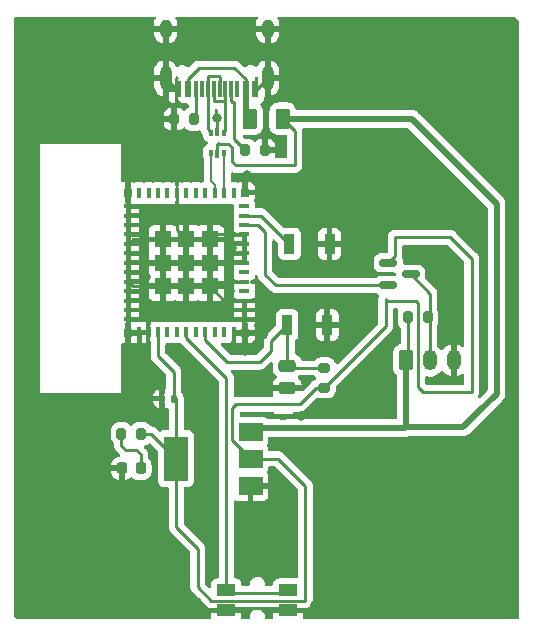
<source format=gbr>
%TF.GenerationSoftware,KiCad,Pcbnew,7.0.10*%
%TF.CreationDate,2024-08-20T03:50:42-07:00*%
%TF.ProjectId,kicad,6b696361-642e-46b6-9963-61645f706362,rev?*%
%TF.SameCoordinates,Original*%
%TF.FileFunction,Copper,L1,Top*%
%TF.FilePolarity,Positive*%
%FSLAX46Y46*%
G04 Gerber Fmt 4.6, Leading zero omitted, Abs format (unit mm)*
G04 Created by KiCad (PCBNEW 7.0.10) date 2024-08-20 03:50:42*
%MOMM*%
%LPD*%
G01*
G04 APERTURE LIST*
G04 Aperture macros list*
%AMRoundRect*
0 Rectangle with rounded corners*
0 $1 Rounding radius*
0 $2 $3 $4 $5 $6 $7 $8 $9 X,Y pos of 4 corners*
0 Add a 4 corners polygon primitive as box body*
4,1,4,$2,$3,$4,$5,$6,$7,$8,$9,$2,$3,0*
0 Add four circle primitives for the rounded corners*
1,1,$1+$1,$2,$3*
1,1,$1+$1,$4,$5*
1,1,$1+$1,$6,$7*
1,1,$1+$1,$8,$9*
0 Add four rect primitives between the rounded corners*
20,1,$1+$1,$2,$3,$4,$5,0*
20,1,$1+$1,$4,$5,$6,$7,0*
20,1,$1+$1,$6,$7,$8,$9,0*
20,1,$1+$1,$8,$9,$2,$3,0*%
G04 Aperture macros list end*
%TA.AperFunction,SMDPad,CuDef*%
%ADD10RoundRect,0.140000X-0.170000X0.140000X-0.170000X-0.140000X0.170000X-0.140000X0.170000X0.140000X0*%
%TD*%
%TA.AperFunction,SMDPad,CuDef*%
%ADD11RoundRect,0.200000X-0.200000X-0.275000X0.200000X-0.275000X0.200000X0.275000X-0.200000X0.275000X0*%
%TD*%
%TA.AperFunction,SMDPad,CuDef*%
%ADD12RoundRect,0.200000X0.200000X0.275000X-0.200000X0.275000X-0.200000X-0.275000X0.200000X-0.275000X0*%
%TD*%
%TA.AperFunction,SMDPad,CuDef*%
%ADD13RoundRect,0.250000X0.475000X-0.250000X0.475000X0.250000X-0.475000X0.250000X-0.475000X-0.250000X0*%
%TD*%
%TA.AperFunction,SMDPad,CuDef*%
%ADD14R,1.447800X1.447800*%
%TD*%
%TA.AperFunction,SMDPad,CuDef*%
%ADD15R,0.711200X0.711200*%
%TD*%
%TA.AperFunction,SMDPad,CuDef*%
%ADD16R,0.812800X0.406400*%
%TD*%
%TA.AperFunction,SMDPad,CuDef*%
%ADD17R,0.406400X0.812800*%
%TD*%
%TA.AperFunction,SMDPad,CuDef*%
%ADD18R,0.900000X1.700000*%
%TD*%
%TA.AperFunction,ComponentPad*%
%ADD19RoundRect,0.250000X-0.350000X-0.625000X0.350000X-0.625000X0.350000X0.625000X-0.350000X0.625000X0*%
%TD*%
%TA.AperFunction,ComponentPad*%
%ADD20O,1.200000X1.750000*%
%TD*%
%TA.AperFunction,SMDPad,CuDef*%
%ADD21R,2.000000X1.500000*%
%TD*%
%TA.AperFunction,SMDPad,CuDef*%
%ADD22R,2.000000X3.800000*%
%TD*%
%TA.AperFunction,SMDPad,CuDef*%
%ADD23RoundRect,0.140000X-0.140000X-0.170000X0.140000X-0.170000X0.140000X0.170000X-0.140000X0.170000X0*%
%TD*%
%TA.AperFunction,SMDPad,CuDef*%
%ADD24RoundRect,0.250000X-0.375000X-0.625000X0.375000X-0.625000X0.375000X0.625000X-0.375000X0.625000X0*%
%TD*%
%TA.AperFunction,SMDPad,CuDef*%
%ADD25R,0.375000X0.500000*%
%TD*%
%TA.AperFunction,SMDPad,CuDef*%
%ADD26R,0.300000X0.650000*%
%TD*%
%TA.AperFunction,SMDPad,CuDef*%
%ADD27RoundRect,0.218750X-0.218750X-0.256250X0.218750X-0.256250X0.218750X0.256250X-0.218750X0.256250X0*%
%TD*%
%TA.AperFunction,SMDPad,CuDef*%
%ADD28R,1.550000X1.000000*%
%TD*%
%TA.AperFunction,SMDPad,CuDef*%
%ADD29RoundRect,0.200000X-0.275000X0.200000X-0.275000X-0.200000X0.275000X-0.200000X0.275000X0.200000X0*%
%TD*%
%TA.AperFunction,SMDPad,CuDef*%
%ADD30R,0.600000X1.450000*%
%TD*%
%TA.AperFunction,SMDPad,CuDef*%
%ADD31R,0.300000X1.450000*%
%TD*%
%TA.AperFunction,ComponentPad*%
%ADD32O,1.000000X2.100000*%
%TD*%
%TA.AperFunction,ComponentPad*%
%ADD33O,1.000000X1.600000*%
%TD*%
%TA.AperFunction,SMDPad,CuDef*%
%ADD34RoundRect,0.150000X-0.587500X-0.150000X0.587500X-0.150000X0.587500X0.150000X-0.587500X0.150000X0*%
%TD*%
%TA.AperFunction,ViaPad*%
%ADD35C,0.800000*%
%TD*%
%TA.AperFunction,Conductor*%
%ADD36C,0.250000*%
%TD*%
%TA.AperFunction,Conductor*%
%ADD37C,0.500000*%
%TD*%
%TA.AperFunction,Conductor*%
%ADD38C,0.200000*%
%TD*%
G04 APERTURE END LIST*
D10*
%TO.P,C6,1*%
%TO.N,GND*%
X158530000Y-106370000D03*
%TO.P,C6,2*%
%TO.N,+5V*%
X158530000Y-107330000D03*
%TD*%
D11*
%TO.P,R5,1*%
%TO.N,Net-(D1-A)*%
X144845000Y-107830000D03*
%TO.P,R5,2*%
%TO.N,+3.3V*%
X146495000Y-107830000D03*
%TD*%
D12*
%TO.P,R4,2*%
%TO.N,+5V*%
X169115000Y-97970000D03*
%TO.P,R4,1*%
%TO.N,Net-(J1-Pin_2)*%
X170765000Y-97970000D03*
%TD*%
D13*
%TO.P,C1,1*%
%TO.N,GND*%
X158870000Y-103960000D03*
%TO.P,C1,2*%
%TO.N,RESET*%
X158870000Y-102060000D03*
%TD*%
D14*
%TO.P,U3,61,GND*%
%TO.N,GND*%
X148365000Y-93349999D03*
%TO.P,U3,60,GND*%
X148365000Y-95324999D03*
%TO.P,U3,59,GND*%
X150340000Y-95324999D03*
%TO.P,U3,58,GND*%
X152315000Y-95324999D03*
%TO.P,U3,57,GND*%
X152315000Y-93349999D03*
%TO.P,U3,56,GND*%
X152315000Y-91374999D03*
%TO.P,U3,55,GND*%
X150340000Y-91374999D03*
%TO.P,U3,54,GND*%
X148365000Y-91374999D03*
D15*
%TO.P,U3,53,GND*%
X145390000Y-99299999D03*
%TO.P,U3,52,GND*%
X155290000Y-99299999D03*
%TO.P,U3,51,GND*%
X155290000Y-87399999D03*
%TO.P,U3,50,GND*%
X145390000Y-87399999D03*
D14*
%TO.P,U3,49,GND*%
X150340000Y-93349999D03*
D16*
%TO.P,U3,48,GND*%
X145440000Y-98149997D03*
%TO.P,U3,47,GND*%
X145440000Y-97349999D03*
%TO.P,U3,46,GND*%
X145440000Y-96549998D03*
%TO.P,U3,45,GND*%
X145440000Y-95749999D03*
%TO.P,U3,44,GND*%
X145440000Y-94949998D03*
%TO.P,U3,43,GND*%
X145440000Y-94150000D03*
%TO.P,U3,42,GND*%
X145440000Y-93349999D03*
%TO.P,U3,41,GND*%
X145440000Y-92549998D03*
%TO.P,U3,40,GND*%
X145440000Y-91750000D03*
%TO.P,U3,39,GND*%
X145440000Y-90949999D03*
%TO.P,U3,38,GND*%
X145440000Y-90150000D03*
%TO.P,U3,37,GND*%
X145440000Y-89349999D03*
%TO.P,U3,36,GND*%
X145440000Y-88549998D03*
D17*
%TO.P,U3,35,NC*%
%TO.N,unconnected-(U3-NC-Pad35)*%
X146340000Y-87450001D03*
%TO.P,U3,34,NC*%
%TO.N,unconnected-(U3-NC-Pad34)*%
X147140001Y-87450001D03*
%TO.P,U3,33,NC*%
%TO.N,unconnected-(U3-NC-Pad33)*%
X147940000Y-87450001D03*
%TO.P,U3,32,NC*%
%TO.N,unconnected-(U3-NC-Pad32)*%
X148740001Y-87450001D03*
%TO.P,U3,31,TXD0*%
%TO.N,GND*%
X149539999Y-87450001D03*
%TO.P,U3,30,RXD0*%
%TO.N,REG_SIGNAL*%
X150340000Y-87450001D03*
%TO.P,U3,29,NC*%
%TO.N,unconnected-(U3-NC-Pad29)*%
X151140001Y-87450001D03*
%TO.P,U3,28,NC*%
%TO.N,unconnected-(U3-NC-Pad28)*%
X151939999Y-87450001D03*
%TO.P,U3,27,IO19*%
%TO.N,USB_D+*%
X152740000Y-87450001D03*
%TO.P,U3,26,IO18*%
%TO.N,USB_D-*%
X153539999Y-87450001D03*
%TO.P,U3,25,NC*%
%TO.N,unconnected-(U3-NC-Pad25)*%
X154340000Y-87450001D03*
D16*
%TO.P,U3,24,NC*%
%TO.N,unconnected-(U3-NC-Pad24)*%
X155240000Y-88550001D03*
%TO.P,U3,23,IO9*%
%TO.N,BOOT*%
X155240000Y-89349999D03*
%TO.P,U3,22,IO8*%
%TO.N,LED Data*%
X155240000Y-90150000D03*
%TO.P,U3,21,IO7*%
%TO.N,GND*%
X155240000Y-90949999D03*
%TO.P,U3,20,IO6*%
X155240000Y-91750000D03*
%TO.P,U3,19,IO5*%
X155240000Y-92549998D03*
%TO.P,U3,18,IO4*%
X155240000Y-93349999D03*
%TO.P,U3,17,NC*%
%TO.N,unconnected-(U3-NC-Pad17)*%
X155240000Y-94150000D03*
%TO.P,U3,16,IO10*%
%TO.N,GND*%
X155240000Y-94949998D03*
%TO.P,U3,15,NC*%
%TO.N,unconnected-(U3-NC-Pad15)*%
X155240000Y-95749999D03*
%TO.P,U3,14,GND*%
%TO.N,GND*%
X155240000Y-96549998D03*
%TO.P,U3,13,IO1*%
X155240000Y-97349999D03*
%TO.P,U3,12,IO0*%
X155240000Y-98150000D03*
D17*
%TO.P,U3,11,GND*%
X154340000Y-99249997D03*
%TO.P,U3,10,NC*%
%TO.N,unconnected-(U3-NC-Pad10)*%
X153539999Y-99249997D03*
%TO.P,U3,9,NC*%
%TO.N,unconnected-(U3-NC-Pad9)*%
X152740000Y-99249997D03*
%TO.P,U3,8,EN*%
%TO.N,RESET*%
X151939999Y-99249997D03*
%TO.P,U3,7,NC*%
%TO.N,unconnected-(U3-NC-Pad7)*%
X151140001Y-99249997D03*
%TO.P,U3,6,IO3*%
%TO.N,POI SW*%
X150340000Y-99249997D03*
%TO.P,U3,5,IO2*%
%TO.N,VBATT_SENSE*%
X149539999Y-99249997D03*
%TO.P,U3,4,NC*%
%TO.N,unconnected-(U3-NC-Pad4)*%
X148740001Y-99249997D03*
%TO.P,U3,3,3V3*%
%TO.N,+3.3V*%
X147940000Y-99249997D03*
%TO.P,U3,2,GND*%
%TO.N,GND*%
X147140001Y-99249997D03*
%TO.P,U3,1,GND*%
X146340000Y-99249997D03*
%TD*%
D18*
%TO.P,SW2,1,1*%
%TO.N,GND*%
X162460000Y-91740000D03*
%TO.P,SW2,2,2*%
%TO.N,BOOT*%
X159060000Y-91740000D03*
%TD*%
D19*
%TO.P,J1,1,Pin_1*%
%TO.N,+5V*%
X168960000Y-101610000D03*
D20*
%TO.P,J1,2,Pin_2*%
%TO.N,Net-(J1-Pin_2)*%
X170960000Y-101610000D03*
%TO.P,J1,3,Pin_3*%
%TO.N,GND*%
X172960000Y-101610000D03*
%TD*%
D12*
%TO.P,R2,1*%
%TO.N,Net-(J6-CC2)*%
X150965000Y-81180000D03*
%TO.P,R2,2*%
%TO.N,GND*%
X149315000Y-81180000D03*
%TD*%
D21*
%TO.P,U5,1,GND*%
%TO.N,GND*%
X155770000Y-112240000D03*
%TO.P,U5,2,VO*%
%TO.N,+3.3V*%
X155770000Y-109940000D03*
D22*
X149470000Y-109940000D03*
D21*
%TO.P,U5,3,VI*%
%TO.N,+5V*%
X155770000Y-107640000D03*
%TD*%
D23*
%TO.P,C7,1*%
%TO.N,GND*%
X148300000Y-104840000D03*
%TO.P,C7,2*%
%TO.N,+3.3V*%
X149260000Y-104840000D03*
%TD*%
D24*
%TO.P,F1,1*%
%TO.N,+5VP*%
X155700000Y-81150000D03*
%TO.P,F1,2*%
%TO.N,+5V*%
X158500000Y-81150000D03*
%TD*%
D18*
%TO.P,SW1,2,2*%
%TO.N,RESET*%
X158870000Y-98620000D03*
%TO.P,SW1,1,1*%
%TO.N,GND*%
X162270000Y-98620000D03*
%TD*%
D25*
%TO.P,U1,1,I/O1*%
%TO.N,Net-(J6-D--PadA7)*%
X153507500Y-82340000D03*
D26*
%TO.P,U1,2,GND*%
%TO.N,GND*%
X152970000Y-82265000D03*
D25*
%TO.P,U1,3,I/O2*%
%TO.N,Net-(J6-D+-PadA6)*%
X152432500Y-82340000D03*
%TO.P,U1,4,I/O2*%
%TO.N,USB_D+*%
X152432500Y-84040000D03*
D26*
%TO.P,U1,5,VBUS*%
%TO.N,+5V*%
X152970000Y-84115000D03*
D25*
%TO.P,U1,6,I/O1*%
%TO.N,USB_D-*%
X153507500Y-84040000D03*
%TD*%
D11*
%TO.P,R1,1*%
%TO.N,Net-(J6-CC1)*%
X155315000Y-83810000D03*
%TO.P,R1,2*%
%TO.N,GND*%
X156965000Y-83810000D03*
%TD*%
D27*
%TO.P,D1,1,K*%
%TO.N,GND*%
X144882500Y-110750000D03*
%TO.P,D1,2,A*%
%TO.N,Net-(D1-A)*%
X146457500Y-110750000D03*
%TD*%
D28*
%TO.P,SW3,1,1*%
%TO.N,GND*%
X158975000Y-122775000D03*
X153725000Y-122775000D03*
%TO.P,SW3,2,2*%
%TO.N,POI SW*%
X158975000Y-121075000D03*
X153725000Y-121075000D03*
%TD*%
D29*
%TO.P,R3,2*%
%TO.N,+3.3V*%
X162020000Y-103915000D03*
%TO.P,R3,1*%
%TO.N,RESET*%
X162020000Y-102265000D03*
%TD*%
D30*
%TO.P,J6,A1,GND*%
%TO.N,GND*%
X156150000Y-78625000D03*
%TO.P,J6,A4,VBUS*%
%TO.N,+5VP*%
X155350000Y-78625000D03*
D31*
%TO.P,J6,A5,CC1*%
%TO.N,Net-(J6-CC1)*%
X154150000Y-78625000D03*
%TO.P,J6,A6,D+*%
%TO.N,Net-(J6-D+-PadA6)*%
X153150000Y-78625000D03*
%TO.P,J6,A7,D-*%
%TO.N,Net-(J6-D--PadA7)*%
X152650000Y-78625000D03*
%TO.P,J6,A8,SBU1*%
%TO.N,unconnected-(J6-SBU1-PadA8)*%
X151650000Y-78625000D03*
D30*
%TO.P,J6,A9,VBUS*%
%TO.N,+5VP*%
X150450000Y-78625000D03*
%TO.P,J6,A12,GND*%
%TO.N,GND*%
X149650000Y-78625000D03*
%TO.P,J6,B1,GND*%
X149650000Y-78625000D03*
%TO.P,J6,B4,VBUS*%
%TO.N,+5VP*%
X150450000Y-78625000D03*
D31*
%TO.P,J6,B5,CC2*%
%TO.N,Net-(J6-CC2)*%
X151150000Y-78625000D03*
%TO.P,J6,B6,D+*%
%TO.N,Net-(J6-D+-PadA6)*%
X152150000Y-78625000D03*
%TO.P,J6,B7,D-*%
%TO.N,Net-(J6-D--PadA7)*%
X153650000Y-78625000D03*
%TO.P,J6,B8,SBU2*%
%TO.N,unconnected-(J6-SBU2-PadB8)*%
X154650000Y-78625000D03*
D30*
%TO.P,J6,B9,VBUS*%
%TO.N,+5VP*%
X155350000Y-78625000D03*
%TO.P,J6,B12,GND*%
%TO.N,GND*%
X156150000Y-78625000D03*
D32*
%TO.P,J6,S1,SHIELD*%
X157220000Y-77710000D03*
D33*
X157220000Y-73530000D03*
D32*
X148580000Y-77710000D03*
D33*
X148580000Y-73530000D03*
%TD*%
D34*
%TO.P,Q1,1,G*%
%TO.N,+3.3V*%
X167442500Y-93360000D03*
%TO.P,Q1,2,S*%
%TO.N,LED Data*%
X167442500Y-95260000D03*
%TO.P,Q1,3,D*%
%TO.N,Net-(J1-Pin_2)*%
X169317500Y-94310000D03*
%TD*%
D35*
%TO.N,GND*%
X152900000Y-81130000D03*
X151970000Y-107740000D03*
X151480000Y-103720000D03*
X151860000Y-115060000D03*
X154030000Y-95750000D03*
X153960000Y-94090000D03*
X154170000Y-92060000D03*
X146750000Y-92520000D03*
X146880000Y-94530000D03*
X147120000Y-97210000D03*
X147670000Y-89440000D03*
X153450000Y-89220000D03*
X151578239Y-89608551D03*
X148769692Y-97538565D03*
X152130000Y-97480000D03*
X172340000Y-94290000D03*
X161990000Y-85420000D03*
X167493338Y-83881318D03*
X171403275Y-87956464D03*
X168925146Y-87570978D03*
X166450000Y-86080000D03*
X163638470Y-78209155D03*
X166447016Y-77658460D03*
X171072858Y-77658460D03*
X174211822Y-79530824D03*
X176690000Y-79480000D03*
X175700000Y-74630000D03*
X173550988Y-74684704D03*
X166230000Y-74520000D03*
X160830000Y-74740000D03*
X139740000Y-75020000D03*
X145575659Y-78925059D03*
X144750000Y-74680000D03*
X143152599Y-76006373D03*
X141555582Y-79145337D03*
X138306479Y-79255476D03*
X137210000Y-74410000D03*
X138416618Y-109323448D03*
X140288983Y-115326028D03*
X138800000Y-120610000D03*
X144310000Y-120670000D03*
X147390000Y-118190000D03*
X167660000Y-117580000D03*
X171570000Y-115930000D03*
X162757357Y-116041932D03*
X161660000Y-110760000D03*
X164130000Y-110530000D03*
X167440000Y-110530000D03*
X172120000Y-110150000D03*
X176080000Y-110370000D03*
X176030000Y-113950000D03*
X176250000Y-118300000D03*
X176360000Y-122210000D03*
X173060000Y-122100000D03*
X168210000Y-122320000D03*
X164350000Y-122320000D03*
X145390000Y-85730000D03*
X145390000Y-100860000D03*
X155290000Y-100860000D03*
X156860000Y-99440000D03*
X155480000Y-85950000D03*
X156980000Y-87200000D03*
X164090000Y-91720000D03*
X164150000Y-98660000D03*
X155770000Y-114510000D03*
X158140000Y-112280000D03*
X156760000Y-103950000D03*
X160080000Y-106290000D03*
X146560000Y-104770000D03*
X142680000Y-110760000D03*
X151210000Y-122030000D03*
X161250000Y-122320000D03*
X158420000Y-83750000D03*
X147660000Y-81120000D03*
X173060000Y-98440000D03*
%TD*%
D36*
%TO.N,GND*%
X152970000Y-81200000D02*
X152900000Y-81130000D01*
X152970000Y-82265000D02*
X152970000Y-81200000D01*
X155290000Y-86140000D02*
X155290000Y-87399999D01*
X155480000Y-85950000D02*
X155290000Y-86140000D01*
%TO.N,+3.3V*%
X149470000Y-115720000D02*
X149470000Y-109940000D01*
X151290000Y-117540000D02*
X149470000Y-115720000D01*
X151290000Y-120790000D02*
X151290000Y-117540000D01*
X152450000Y-121950000D02*
X151290000Y-120790000D01*
X160380000Y-121950000D02*
X152450000Y-121950000D01*
X160420000Y-112250000D02*
X160420000Y-121910000D01*
X158110000Y-109940000D02*
X160420000Y-112250000D01*
X155770000Y-109940000D02*
X158110000Y-109940000D01*
X160420000Y-121910000D02*
X160380000Y-121950000D01*
%TO.N,GND*%
X156780001Y-87399999D02*
X156980000Y-87200000D01*
X155290000Y-87399999D02*
X156780001Y-87399999D01*
X149539999Y-90574998D02*
X150340000Y-91374999D01*
X149539999Y-87450001D02*
X149539999Y-90574998D01*
X152740000Y-90949999D02*
X152315000Y-91374999D01*
X155240000Y-90949999D02*
X152740000Y-90949999D01*
X155240000Y-91750000D02*
X155240000Y-90949999D01*
X155240000Y-92549998D02*
X155240000Y-91750000D01*
X155240000Y-92549998D02*
X155240000Y-93349999D01*
X155240000Y-93349999D02*
X152315000Y-93349999D01*
X153539999Y-96549998D02*
X152315000Y-95324999D01*
X155240000Y-96549998D02*
X153539999Y-96549998D01*
X155260000Y-94980000D02*
X152659999Y-94980000D01*
X155260000Y-94969998D02*
X155260000Y-94980000D01*
X152659999Y-94980000D02*
X152315000Y-95324999D01*
X155240000Y-94949998D02*
X155260000Y-94969998D01*
X155240000Y-97349999D02*
X155240000Y-96549998D01*
X155240000Y-98150000D02*
X155240000Y-97349999D01*
X155290000Y-98200000D02*
X155240000Y-98150000D01*
X155290000Y-99299999D02*
X155290000Y-98200000D01*
X156719999Y-99299999D02*
X156860000Y-99440000D01*
X155290000Y-99299999D02*
X156719999Y-99299999D01*
X155290000Y-99299999D02*
X155290000Y-100860000D01*
X155239998Y-99249997D02*
X155290000Y-99299999D01*
X154340000Y-99249997D02*
X155239998Y-99249997D01*
X147140001Y-99249997D02*
X146340000Y-99249997D01*
X145440002Y-99249997D02*
X145390000Y-99299999D01*
X146340000Y-99249997D02*
X145440002Y-99249997D01*
X148365000Y-93349999D02*
X145440000Y-93349999D01*
X145815001Y-91374999D02*
X145440000Y-91750000D01*
X148365000Y-91374999D02*
X145815001Y-91374999D01*
X145815001Y-95324999D02*
X145440000Y-94949998D01*
X148365000Y-95324999D02*
X145815001Y-95324999D01*
X145390000Y-99299999D02*
X145390000Y-100860000D01*
X145440000Y-99249999D02*
X145390000Y-99299999D01*
X145440000Y-98149997D02*
X145440000Y-99249999D01*
X145440000Y-97349999D02*
X145440000Y-98149997D01*
X145440000Y-96549998D02*
X145440000Y-97349999D01*
X145440000Y-95749999D02*
X145440000Y-96549998D01*
X145440000Y-94949998D02*
X145440000Y-95749999D01*
X145440000Y-94150000D02*
X145440000Y-94949998D01*
X145440000Y-93349999D02*
X145440000Y-94150000D01*
X145440000Y-92549998D02*
X145440000Y-93349999D01*
X145440000Y-91750000D02*
X145440000Y-92549998D01*
X145440000Y-90949999D02*
X145440000Y-91750000D01*
X145440000Y-90150000D02*
X145440000Y-90949999D01*
X145440000Y-89349999D02*
X145440000Y-90150000D01*
X145440000Y-88549998D02*
X145440000Y-89349999D01*
X145390000Y-88499998D02*
X145440000Y-88549998D01*
X145390000Y-87399999D02*
X145390000Y-88499998D01*
X145390000Y-87399999D02*
X145390000Y-85730000D01*
X162310000Y-98660000D02*
X162270000Y-98620000D01*
X164150000Y-98660000D02*
X162310000Y-98660000D01*
X162480000Y-91720000D02*
X162460000Y-91740000D01*
X164090000Y-91720000D02*
X162480000Y-91720000D01*
X152315000Y-93349999D02*
X152315000Y-91374999D01*
X150340000Y-93349999D02*
X150340000Y-91374999D01*
X150340000Y-93349999D02*
X150340000Y-95324999D01*
X148365000Y-95324999D02*
X148365000Y-93349999D01*
X150340000Y-95324999D02*
X148365000Y-95324999D01*
X152315000Y-95324999D02*
X150340000Y-95324999D01*
X152315000Y-93349999D02*
X152315000Y-95324999D01*
X150340000Y-93349999D02*
X152315000Y-93349999D01*
X148365000Y-93349999D02*
X150340000Y-93349999D01*
X148365000Y-91374999D02*
X148365000Y-93349999D01*
X148365000Y-91374999D02*
X150340000Y-91374999D01*
X152315000Y-91374999D02*
X150340000Y-91374999D01*
%TO.N,Net-(J6-D--PadA7)*%
X153650000Y-79670000D02*
X153650000Y-78625000D01*
X153645000Y-79675000D02*
X153650000Y-79670000D01*
X152675000Y-79675000D02*
X153645000Y-79675000D01*
X152650000Y-78625000D02*
X152650000Y-79650000D01*
X152650000Y-79650000D02*
X152675000Y-79675000D01*
%TO.N,Net-(J6-D+-PadA6)*%
X153125000Y-77575000D02*
X152175000Y-77575000D01*
X152175000Y-77575000D02*
X152150000Y-77600000D01*
X152150000Y-77600000D02*
X152150000Y-78625000D01*
X153150000Y-77600000D02*
X153125000Y-77575000D01*
X153150000Y-78625000D02*
X153150000Y-77600000D01*
%TO.N,GND*%
X148580000Y-73530000D02*
X157220000Y-73530000D01*
X148580000Y-77710000D02*
X148580000Y-73530000D01*
X149495000Y-78625000D02*
X148580000Y-77710000D01*
X149650000Y-78625000D02*
X149495000Y-78625000D01*
X157220000Y-77710000D02*
X157220000Y-73530000D01*
X156305000Y-78625000D02*
X157220000Y-77710000D01*
X156150000Y-78625000D02*
X156305000Y-78625000D01*
%TO.N,+5VP*%
X154400000Y-76850000D02*
X155350000Y-77800000D01*
X151400000Y-76850000D02*
X154400000Y-76850000D01*
X150450000Y-77800000D02*
X151400000Y-76850000D01*
X155350000Y-77800000D02*
X155350000Y-78625000D01*
X150450000Y-78625000D02*
X150450000Y-77800000D01*
%TO.N,GND*%
X155770000Y-114510000D02*
X155770000Y-112240000D01*
X155810000Y-112280000D02*
X155770000Y-112240000D01*
X158140000Y-112280000D02*
X155810000Y-112280000D01*
X156770000Y-103960000D02*
X156760000Y-103950000D01*
X158870000Y-103960000D02*
X156770000Y-103960000D01*
X158610000Y-106290000D02*
X158530000Y-106370000D01*
X160080000Y-106290000D02*
X158610000Y-106290000D01*
X148300000Y-104840000D02*
X146630000Y-104840000D01*
X146630000Y-104840000D02*
X146560000Y-104770000D01*
X142690000Y-110750000D02*
X142680000Y-110760000D01*
X144882500Y-110750000D02*
X142690000Y-110750000D01*
X151955000Y-122775000D02*
X151210000Y-122030000D01*
X153725000Y-122775000D02*
X151955000Y-122775000D01*
X158975000Y-122775000D02*
X160795000Y-122775000D01*
X160795000Y-122775000D02*
X161250000Y-122320000D01*
%TO.N,+3.3V*%
X154220000Y-105680000D02*
X154220000Y-108390000D01*
X154580000Y-105320000D02*
X154220000Y-105680000D01*
X159920000Y-105320000D02*
X154580000Y-105320000D01*
X161325000Y-103915000D02*
X159920000Y-105320000D01*
X162020000Y-103915000D02*
X161325000Y-103915000D01*
X154220000Y-108390000D02*
X155770000Y-109940000D01*
X167350000Y-96590000D02*
X167200000Y-96440000D01*
X169800000Y-96590000D02*
X167350000Y-96590000D01*
X169930000Y-96720000D02*
X169800000Y-96590000D01*
X169930000Y-103850000D02*
X169930000Y-96720000D01*
X170410000Y-104330000D02*
X169930000Y-103850000D01*
X174470000Y-104330000D02*
X170410000Y-104330000D01*
X174480000Y-104320000D02*
X174470000Y-104330000D01*
X167200000Y-98735000D02*
X162020000Y-103915000D01*
X172690000Y-91200000D02*
X174480000Y-92990000D01*
X168000000Y-91200000D02*
X172690000Y-91200000D01*
X168000000Y-92802500D02*
X168000000Y-91200000D01*
X174480000Y-92990000D02*
X174480000Y-104320000D01*
X167442500Y-93360000D02*
X168000000Y-92802500D01*
X167200000Y-96440000D02*
X167200000Y-98735000D01*
D37*
%TO.N,+5V*%
X176600000Y-88340000D02*
X169410000Y-81150000D01*
X158500000Y-81150000D02*
X169410000Y-81150000D01*
X176600000Y-104440000D02*
X176600000Y-96710000D01*
X176600000Y-96710000D02*
X176600000Y-88340000D01*
X173790000Y-107250000D02*
X168920000Y-107250000D01*
X175050000Y-105990000D02*
X173790000Y-107250000D01*
X175050000Y-105990000D02*
X176600000Y-104440000D01*
D36*
X159520000Y-82170000D02*
X158500000Y-81150000D01*
X159520000Y-85100000D02*
X159520000Y-82170000D01*
X159510000Y-85110000D02*
X159520000Y-85100000D01*
X154510000Y-85110000D02*
X159510000Y-85110000D01*
X154180000Y-84780000D02*
X154510000Y-85110000D01*
X154180000Y-83580000D02*
X154180000Y-84780000D01*
X154170000Y-83580000D02*
X154180000Y-83580000D01*
X153850000Y-83260000D02*
X154170000Y-83580000D01*
X153110000Y-83260000D02*
X153850000Y-83260000D01*
X153070000Y-83220000D02*
X153110000Y-83260000D01*
X152970000Y-83320000D02*
X153070000Y-83220000D01*
X152970000Y-84115000D02*
X152970000Y-83320000D01*
%TO.N,GND*%
X157025000Y-83750000D02*
X156965000Y-83810000D01*
X158420000Y-83750000D02*
X157025000Y-83750000D01*
X147720000Y-81180000D02*
X147660000Y-81120000D01*
X149315000Y-81180000D02*
X147720000Y-81180000D01*
X172960000Y-98540000D02*
X172960000Y-101610000D01*
X173060000Y-98440000D02*
X172960000Y-98540000D01*
X158750000Y-122550000D02*
X153950000Y-122550000D01*
X153950000Y-122550000D02*
X153725000Y-122775000D01*
X158975000Y-122775000D02*
X158750000Y-122550000D01*
%TO.N,POI SW*%
X150340000Y-99709596D02*
X150340000Y-99249997D01*
X153725000Y-103094596D02*
X150340000Y-99709596D01*
X153725000Y-121075000D02*
X153725000Y-103094596D01*
%TO.N,+3.3V*%
X147940000Y-101260000D02*
X147940000Y-99249997D01*
X149260000Y-102580000D02*
X147940000Y-101260000D01*
X149260000Y-104840000D02*
X149260000Y-102580000D01*
%TO.N,+5V*%
X156080000Y-107330000D02*
X155770000Y-107640000D01*
D37*
X158530000Y-107330000D02*
X156080000Y-107330000D01*
X168840000Y-107330000D02*
X158530000Y-107330000D01*
D36*
X168960000Y-107210000D02*
X168840000Y-107330000D01*
%TO.N,POI SW*%
X158750000Y-121300000D02*
X158975000Y-121075000D01*
X153950000Y-121300000D02*
X158750000Y-121300000D01*
X153725000Y-121075000D02*
X153950000Y-121300000D01*
%TO.N,Net-(D1-A)*%
X146457500Y-109547500D02*
X146457500Y-110750000D01*
X145190000Y-109190000D02*
X146100000Y-109190000D01*
X144845000Y-108845000D02*
X145190000Y-109190000D01*
X144845000Y-107830000D02*
X144845000Y-108845000D01*
X146100000Y-109190000D02*
X146457500Y-109547500D01*
%TO.N,+3.3V*%
X147360000Y-107830000D02*
X146495000Y-107830000D01*
X149470000Y-109940000D02*
X147360000Y-107830000D01*
X149470000Y-109940000D02*
X149470000Y-104790000D01*
D37*
%TO.N,+5V*%
X168960000Y-101610000D02*
X168960000Y-107210000D01*
D36*
%TO.N,RESET*%
X158870000Y-102060000D02*
X158870000Y-98620000D01*
X159075000Y-102265000D02*
X158870000Y-102060000D01*
X162020000Y-102265000D02*
X159075000Y-102265000D01*
%TO.N,+5V*%
X168920000Y-107250000D02*
X168960000Y-107210000D01*
%TO.N,Net-(J6-CC2)*%
X151150000Y-78625000D02*
X151150000Y-80995000D01*
X151150000Y-80995000D02*
X150965000Y-81180000D01*
%TO.N,Net-(J6-CC1)*%
X154410000Y-79710000D02*
X154410000Y-82905000D01*
X154410000Y-82905000D02*
X155315000Y-83810000D01*
X154210000Y-79710000D02*
X154410000Y-79710000D01*
X154150000Y-79650000D02*
X154210000Y-79710000D01*
X154150000Y-78625000D02*
X154150000Y-79650000D01*
D37*
%TO.N,+5VP*%
X155350000Y-80670000D02*
X155350000Y-78625000D01*
D36*
X155840000Y-81160000D02*
X155350000Y-80670000D01*
%TO.N,Net-(J1-Pin_2)*%
X170930000Y-97970000D02*
X170960000Y-97940000D01*
X170765000Y-97970000D02*
X170930000Y-97970000D01*
X170960000Y-97940000D02*
X170960000Y-95952500D01*
X170960000Y-101610000D02*
X170960000Y-97940000D01*
%TO.N,+5V*%
X169115000Y-101455000D02*
X168960000Y-101610000D01*
X169115000Y-97970000D02*
X169115000Y-101455000D01*
%TO.N,Net-(J1-Pin_2)*%
X170960000Y-95952500D02*
X169317500Y-94310000D01*
%TO.N,LED Data*%
X156370000Y-90150000D02*
X155240000Y-90150000D01*
X156990000Y-94350000D02*
X156990000Y-90770000D01*
X156990000Y-90770000D02*
X156370000Y-90150000D01*
X157900000Y-95260000D02*
X156990000Y-94350000D01*
X167442500Y-95260000D02*
X157900000Y-95260000D01*
%TO.N,BOOT*%
X156669999Y-89349999D02*
X155240000Y-89349999D01*
X159060000Y-91740000D02*
X156669999Y-89349999D01*
%TO.N,RESET*%
X157508603Y-100811397D02*
X156560000Y-101760000D01*
X153793602Y-101760000D02*
X151939999Y-99906397D01*
X157508603Y-99981397D02*
X157508603Y-100811397D01*
X158870000Y-98620000D02*
X157508603Y-99981397D01*
X156560000Y-101760000D02*
X153793602Y-101760000D01*
X151939999Y-99906397D02*
X151939999Y-99249997D01*
D38*
%TO.N,USB_D+*%
X152740000Y-86730000D02*
X152740000Y-87450001D01*
X152432500Y-86422500D02*
X152740000Y-86730000D01*
X152432500Y-84040000D02*
X152432500Y-86422500D01*
%TO.N,USB_D-*%
X153507500Y-84040000D02*
X153507500Y-87417502D01*
X153507500Y-87417502D02*
X153539999Y-87450001D01*
D36*
%TO.N,Net-(J6-D+-PadA6)*%
X152150000Y-82017500D02*
X152150000Y-78625000D01*
X152432500Y-82300000D02*
X152150000Y-82017500D01*
%TO.N,Net-(J6-D--PadA7)*%
X153650000Y-82157500D02*
X153650000Y-78625000D01*
X153507500Y-82300000D02*
X153650000Y-82157500D01*
%TD*%
%TA.AperFunction,Conductor*%
%TO.N,GND*%
G36*
X147699370Y-72519685D02*
G01*
X147745125Y-72572489D01*
X147755069Y-72641647D01*
X147734106Y-72694837D01*
X147701143Y-72742195D01*
X147620940Y-72929092D01*
X147580000Y-73128309D01*
X147580000Y-73280000D01*
X148280000Y-73280000D01*
X148280000Y-73780000D01*
X147580000Y-73780000D01*
X147580000Y-73880713D01*
X147595418Y-74032338D01*
X147656299Y-74226381D01*
X147656304Y-74226391D01*
X147755005Y-74404215D01*
X147755005Y-74404216D01*
X147887478Y-74558530D01*
X147887479Y-74558531D01*
X148048304Y-74683018D01*
X148230907Y-74772589D01*
X148330000Y-74798244D01*
X148330000Y-73996110D01*
X148354457Y-74035610D01*
X148443962Y-74103201D01*
X148551840Y-74133895D01*
X148663521Y-74123546D01*
X148763922Y-74073552D01*
X148830000Y-74001069D01*
X148830000Y-74803366D01*
X148831944Y-74803069D01*
X148831945Y-74803069D01*
X149022660Y-74732436D01*
X149022664Y-74732434D01*
X149195267Y-74624850D01*
X149342668Y-74484735D01*
X149342669Y-74484733D01*
X149458856Y-74317804D01*
X149539059Y-74130907D01*
X149580000Y-73931690D01*
X149580000Y-73780000D01*
X148880000Y-73780000D01*
X148880000Y-73280000D01*
X149580000Y-73280000D01*
X149580000Y-73179286D01*
X149564581Y-73027661D01*
X149503700Y-72833618D01*
X149503695Y-72833608D01*
X149420755Y-72684178D01*
X149405432Y-72616009D01*
X149429396Y-72550377D01*
X149485039Y-72508120D01*
X149529174Y-72500000D01*
X156272331Y-72500000D01*
X156339370Y-72519685D01*
X156385125Y-72572489D01*
X156395069Y-72641647D01*
X156374106Y-72694837D01*
X156341143Y-72742195D01*
X156260940Y-72929092D01*
X156220000Y-73128309D01*
X156220000Y-73280000D01*
X156920000Y-73280000D01*
X156920000Y-73780000D01*
X156220000Y-73780000D01*
X156220000Y-73880713D01*
X156235418Y-74032338D01*
X156296299Y-74226381D01*
X156296304Y-74226391D01*
X156395005Y-74404215D01*
X156395005Y-74404216D01*
X156527478Y-74558530D01*
X156527479Y-74558531D01*
X156688304Y-74683018D01*
X156870907Y-74772589D01*
X156970000Y-74798244D01*
X156970000Y-73996110D01*
X156994457Y-74035610D01*
X157083962Y-74103201D01*
X157191840Y-74133895D01*
X157303521Y-74123546D01*
X157403922Y-74073552D01*
X157470000Y-74001069D01*
X157470000Y-74803366D01*
X157471944Y-74803069D01*
X157471945Y-74803069D01*
X157662660Y-74732436D01*
X157662664Y-74732434D01*
X157835267Y-74624850D01*
X157982668Y-74484735D01*
X157982669Y-74484733D01*
X158098856Y-74317804D01*
X158179059Y-74130907D01*
X158220000Y-73931690D01*
X158220000Y-73780000D01*
X157520000Y-73780000D01*
X157520000Y-73280000D01*
X158220000Y-73280000D01*
X158220000Y-73179286D01*
X158204581Y-73027661D01*
X158143700Y-72833618D01*
X158143695Y-72833608D01*
X158060755Y-72684178D01*
X158045432Y-72616009D01*
X158069396Y-72550377D01*
X158125039Y-72508120D01*
X158169174Y-72500000D01*
X178078638Y-72500000D01*
X178145677Y-72519685D01*
X178166319Y-72536319D01*
X178483681Y-72853681D01*
X178517166Y-72915004D01*
X178520000Y-72941362D01*
X178520000Y-123416000D01*
X178500315Y-123483039D01*
X178447511Y-123528794D01*
X178396000Y-123540000D01*
X160363068Y-123540000D01*
X160296029Y-123520315D01*
X160250274Y-123467511D01*
X160240330Y-123398353D01*
X160242390Y-123387492D01*
X160243597Y-123382379D01*
X160249999Y-123322844D01*
X160250000Y-123322827D01*
X160250000Y-123025000D01*
X157700000Y-123025000D01*
X157700000Y-123322844D01*
X157706402Y-123382379D01*
X157707610Y-123387492D01*
X157703866Y-123457261D01*
X157662996Y-123513930D01*
X157597976Y-123539507D01*
X157586932Y-123540000D01*
X157090886Y-123540000D01*
X157023847Y-123520315D01*
X156978092Y-123467511D01*
X156968148Y-123398353D01*
X156969073Y-123392815D01*
X156979227Y-123339588D01*
X156969304Y-123181862D01*
X156920467Y-123031559D01*
X156835786Y-122898123D01*
X156720582Y-122789938D01*
X156720579Y-122789936D01*
X156720532Y-122789892D01*
X156685137Y-122729651D01*
X156687931Y-122659837D01*
X156728025Y-122602616D01*
X156792690Y-122576155D01*
X156805416Y-122575500D01*
X160297257Y-122575500D01*
X160312877Y-122577224D01*
X160312904Y-122576939D01*
X160320660Y-122577671D01*
X160320667Y-122577673D01*
X160387873Y-122575561D01*
X160391768Y-122575500D01*
X160419346Y-122575500D01*
X160419350Y-122575500D01*
X160423324Y-122574997D01*
X160434963Y-122574080D01*
X160478627Y-122572709D01*
X160497869Y-122567117D01*
X160516912Y-122563174D01*
X160536792Y-122560664D01*
X160577401Y-122544585D01*
X160588444Y-122540803D01*
X160630390Y-122528618D01*
X160647629Y-122518422D01*
X160665103Y-122509862D01*
X160683727Y-122502488D01*
X160683727Y-122502487D01*
X160683732Y-122502486D01*
X160719083Y-122476800D01*
X160728814Y-122470408D01*
X160766420Y-122448170D01*
X160780589Y-122433999D01*
X160795379Y-122421368D01*
X160811587Y-122409594D01*
X160828940Y-122388616D01*
X160834034Y-122382838D01*
X160867947Y-122346725D01*
X160870596Y-122343992D01*
X160890120Y-122324470D01*
X160892570Y-122321310D01*
X160900154Y-122312429D01*
X160930062Y-122280582D01*
X160939714Y-122263023D01*
X160950389Y-122246772D01*
X160962674Y-122230936D01*
X160980030Y-122190825D01*
X160985161Y-122180354D01*
X161006194Y-122142098D01*
X161006194Y-122142097D01*
X161006197Y-122142092D01*
X161011180Y-122122680D01*
X161017477Y-122104291D01*
X161025438Y-122085895D01*
X161032270Y-122042748D01*
X161034639Y-122031316D01*
X161045499Y-121989022D01*
X161045500Y-121989017D01*
X161045500Y-121968983D01*
X161047027Y-121949582D01*
X161050160Y-121929804D01*
X161046050Y-121886324D01*
X161045500Y-121874655D01*
X161045500Y-112332737D01*
X161047224Y-112317123D01*
X161046938Y-112317096D01*
X161047672Y-112309333D01*
X161045561Y-112242144D01*
X161045500Y-112238250D01*
X161045500Y-112210651D01*
X161045500Y-112210650D01*
X161044997Y-112206670D01*
X161044080Y-112195021D01*
X161042709Y-112151373D01*
X161037121Y-112132139D01*
X161033174Y-112113081D01*
X161030664Y-112093208D01*
X161026359Y-112082335D01*
X161014583Y-112052592D01*
X161010799Y-112041539D01*
X161002872Y-112014257D01*
X160998617Y-111999610D01*
X160988420Y-111982368D01*
X160979863Y-111964902D01*
X160972486Y-111946268D01*
X160946809Y-111910926D01*
X160940412Y-111901190D01*
X160918170Y-111863579D01*
X160918167Y-111863576D01*
X160918165Y-111863573D01*
X160904005Y-111849413D01*
X160891370Y-111834620D01*
X160879593Y-111818412D01*
X160845945Y-111790576D01*
X160837304Y-111782713D01*
X158610803Y-109556212D01*
X158600980Y-109543950D01*
X158600759Y-109544134D01*
X158595786Y-109538122D01*
X158546776Y-109492099D01*
X158543977Y-109489386D01*
X158524477Y-109469885D01*
X158524471Y-109469880D01*
X158521286Y-109467409D01*
X158512434Y-109459848D01*
X158480582Y-109429938D01*
X158480580Y-109429936D01*
X158480577Y-109429935D01*
X158463029Y-109420288D01*
X158446763Y-109409604D01*
X158430932Y-109397324D01*
X158390849Y-109379978D01*
X158380363Y-109374841D01*
X158342094Y-109353803D01*
X158342092Y-109353802D01*
X158322693Y-109348822D01*
X158304281Y-109342518D01*
X158285898Y-109334562D01*
X158285892Y-109334560D01*
X158242760Y-109327729D01*
X158231322Y-109325361D01*
X158189020Y-109314500D01*
X158189019Y-109314500D01*
X158168984Y-109314500D01*
X158149586Y-109312973D01*
X158142162Y-109311797D01*
X158129805Y-109309840D01*
X158129804Y-109309840D01*
X158086325Y-109313950D01*
X158074656Y-109314500D01*
X157394499Y-109314500D01*
X157327460Y-109294815D01*
X157281705Y-109242011D01*
X157270499Y-109190500D01*
X157270499Y-109142129D01*
X157270498Y-109142123D01*
X157264091Y-109082516D01*
X157213797Y-108947671D01*
X157213796Y-108947669D01*
X157173717Y-108894130D01*
X157151393Y-108864310D01*
X157126977Y-108798847D01*
X157141828Y-108730574D01*
X157151394Y-108715689D01*
X157188347Y-108666326D01*
X157213796Y-108632331D01*
X157264091Y-108497483D01*
X157270500Y-108437873D01*
X157270500Y-108204500D01*
X157290185Y-108137461D01*
X157342989Y-108091706D01*
X157394500Y-108080500D01*
X158147934Y-108080500D01*
X158182528Y-108085423D01*
X158259007Y-108107643D01*
X158295310Y-108110500D01*
X158295318Y-108110500D01*
X158764682Y-108110500D01*
X158764690Y-108110500D01*
X158800993Y-108107643D01*
X158877471Y-108085423D01*
X158912066Y-108080500D01*
X168883701Y-108080500D01*
X168883709Y-108080500D01*
X169014255Y-108065241D01*
X169110709Y-108030134D01*
X169171587Y-108007978D01*
X169213997Y-108000500D01*
X173726295Y-108000500D01*
X173744265Y-108001809D01*
X173768023Y-108005289D01*
X173817369Y-108000971D01*
X173828176Y-108000500D01*
X173833704Y-108000500D01*
X173833709Y-108000500D01*
X173864556Y-107996893D01*
X173868030Y-107996539D01*
X173942797Y-107989999D01*
X173942805Y-107989996D01*
X173949866Y-107988539D01*
X173949878Y-107988598D01*
X173957243Y-107986965D01*
X173957229Y-107986906D01*
X173964249Y-107985241D01*
X173964255Y-107985241D01*
X174034779Y-107959572D01*
X174038117Y-107958412D01*
X174109334Y-107934814D01*
X174109342Y-107934808D01*
X174115882Y-107931760D01*
X174115908Y-107931816D01*
X174122690Y-107928532D01*
X174122663Y-107928478D01*
X174129113Y-107925238D01*
X174129117Y-107925237D01*
X174191837Y-107883984D01*
X174194732Y-107882140D01*
X174258656Y-107842712D01*
X174258662Y-107842705D01*
X174264325Y-107838229D01*
X174264363Y-107838277D01*
X174270200Y-107833522D01*
X174270161Y-107833475D01*
X174275691Y-107828833D01*
X174275696Y-107828830D01*
X174327184Y-107774254D01*
X174329630Y-107771736D01*
X175611591Y-106489777D01*
X177085642Y-105015724D01*
X177099271Y-105003947D01*
X177118530Y-104989610D01*
X177145329Y-104957672D01*
X177150360Y-104951676D01*
X177157677Y-104943691D01*
X177161587Y-104939781D01*
X177161587Y-104939780D01*
X177161591Y-104939777D01*
X177180833Y-104915438D01*
X177183069Y-104912693D01*
X177231302Y-104855214D01*
X177231307Y-104855203D01*
X177235274Y-104849175D01*
X177235325Y-104849208D01*
X177239372Y-104842856D01*
X177239320Y-104842824D01*
X177243108Y-104836680D01*
X177243111Y-104836677D01*
X177274821Y-104768673D01*
X177276362Y-104765488D01*
X177310040Y-104698433D01*
X177310043Y-104698417D01*
X177312509Y-104691646D01*
X177312567Y-104691667D01*
X177315043Y-104684546D01*
X177314986Y-104684528D01*
X177317256Y-104677677D01*
X177321421Y-104657505D01*
X177332447Y-104604102D01*
X177333179Y-104600798D01*
X177350500Y-104527721D01*
X177350500Y-104527712D01*
X177351338Y-104520548D01*
X177351398Y-104520555D01*
X177352164Y-104513055D01*
X177352105Y-104513050D01*
X177352734Y-104505860D01*
X177350552Y-104430870D01*
X177350500Y-104427263D01*
X177350500Y-88403705D01*
X177351809Y-88385736D01*
X177353149Y-88376584D01*
X177355289Y-88361977D01*
X177354801Y-88356401D01*
X177350972Y-88312630D01*
X177350500Y-88301822D01*
X177350500Y-88296296D01*
X177350500Y-88296291D01*
X177346901Y-88265509D01*
X177346536Y-88261929D01*
X177339999Y-88187201D01*
X177338539Y-88180129D01*
X177338597Y-88180116D01*
X177336965Y-88172757D01*
X177336906Y-88172772D01*
X177335241Y-88165751D01*
X177335241Y-88165745D01*
X177309569Y-88095212D01*
X177308421Y-88091909D01*
X177284814Y-88020666D01*
X177284810Y-88020659D01*
X177281760Y-88014118D01*
X177281815Y-88014091D01*
X177278533Y-88007313D01*
X177278480Y-88007340D01*
X177275235Y-88000880D01*
X177234025Y-87938223D01*
X177232086Y-87935181D01*
X177231672Y-87934509D01*
X177192712Y-87871345D01*
X177192711Y-87871344D01*
X177192710Y-87871342D01*
X177188234Y-87865682D01*
X177188281Y-87865644D01*
X177183519Y-87859799D01*
X177183474Y-87859838D01*
X177178831Y-87854305D01*
X177124272Y-87802831D01*
X177121685Y-87800318D01*
X169985729Y-80664361D01*
X169973949Y-80650730D01*
X169959610Y-80631470D01*
X169921651Y-80599619D01*
X169913686Y-80592318D01*
X169909780Y-80588411D01*
X169885443Y-80569168D01*
X169882647Y-80566890D01*
X169825214Y-80518698D01*
X169819180Y-80514729D01*
X169819212Y-80514680D01*
X169812853Y-80510628D01*
X169812822Y-80510679D01*
X169806680Y-80506891D01*
X169806678Y-80506890D01*
X169806677Y-80506889D01*
X169738688Y-80475184D01*
X169735447Y-80473615D01*
X169704530Y-80458088D01*
X169668433Y-80439960D01*
X169668431Y-80439959D01*
X169668430Y-80439959D01*
X169661645Y-80437489D01*
X169661665Y-80437433D01*
X169654549Y-80434959D01*
X169654531Y-80435015D01*
X169647674Y-80432743D01*
X169574210Y-80417573D01*
X169570693Y-80416793D01*
X169497718Y-80399499D01*
X169490547Y-80398661D01*
X169490553Y-80398601D01*
X169483055Y-80397835D01*
X169483050Y-80397895D01*
X169475860Y-80397265D01*
X169400870Y-80399448D01*
X169397263Y-80399500D01*
X159713585Y-80399500D01*
X159646546Y-80379815D01*
X159600791Y-80327011D01*
X159595879Y-80314504D01*
X159594952Y-80311706D01*
X159559814Y-80205666D01*
X159467712Y-80056344D01*
X159343656Y-79932288D01*
X159210200Y-79849972D01*
X159194336Y-79840187D01*
X159194331Y-79840185D01*
X159192862Y-79839698D01*
X159027797Y-79785001D01*
X159027795Y-79785000D01*
X158925010Y-79774500D01*
X158074998Y-79774500D01*
X158074980Y-79774501D01*
X157972203Y-79785000D01*
X157972200Y-79785001D01*
X157805668Y-79840185D01*
X157805663Y-79840187D01*
X157656342Y-79932289D01*
X157532289Y-80056342D01*
X157440187Y-80205663D01*
X157440186Y-80205666D01*
X157385001Y-80372203D01*
X157385001Y-80372204D01*
X157385000Y-80372204D01*
X157374500Y-80474983D01*
X157374500Y-81825001D01*
X157374501Y-81825018D01*
X157385000Y-81927796D01*
X157385001Y-81927799D01*
X157413303Y-82013208D01*
X157440186Y-82094334D01*
X157532288Y-82243656D01*
X157656344Y-82367712D01*
X157805666Y-82459814D01*
X157972203Y-82514999D01*
X158074991Y-82525500D01*
X158770500Y-82525499D01*
X158837539Y-82545183D01*
X158883294Y-82597987D01*
X158894500Y-82649499D01*
X158894500Y-84360500D01*
X158874815Y-84427539D01*
X158822011Y-84473294D01*
X158770500Y-84484500D01*
X157942230Y-84484500D01*
X157875191Y-84464815D01*
X157829436Y-84412011D01*
X157819492Y-84342853D01*
X157823845Y-84323610D01*
X157858590Y-84212106D01*
X157865000Y-84141572D01*
X157865000Y-84060000D01*
X156839000Y-84060000D01*
X156771961Y-84040315D01*
X156726206Y-83987511D01*
X156715000Y-83936000D01*
X156715000Y-82835000D01*
X157215000Y-82835000D01*
X157215000Y-83560000D01*
X157864999Y-83560000D01*
X157864999Y-83478417D01*
X157858591Y-83407897D01*
X157858590Y-83407892D01*
X157808018Y-83245603D01*
X157720072Y-83100122D01*
X157599877Y-82979927D01*
X157454395Y-82891980D01*
X157454396Y-82891980D01*
X157292105Y-82841409D01*
X157292106Y-82841409D01*
X157221572Y-82835000D01*
X157215000Y-82835000D01*
X156715000Y-82835000D01*
X156714999Y-82834999D01*
X156708436Y-82835000D01*
X156708417Y-82835001D01*
X156637897Y-82841408D01*
X156637892Y-82841409D01*
X156475603Y-82891981D01*
X156330122Y-82979927D01*
X156330121Y-82979928D01*
X156228035Y-83082015D01*
X156166712Y-83115500D01*
X156097020Y-83110516D01*
X156052673Y-83082015D01*
X155950188Y-82979530D01*
X155897280Y-82947546D01*
X155804606Y-82891522D01*
X155642196Y-82840914D01*
X155642194Y-82840913D01*
X155642192Y-82840913D01*
X155592778Y-82836423D01*
X155571616Y-82834500D01*
X155571613Y-82834500D01*
X155275453Y-82834500D01*
X155208414Y-82814815D01*
X155187772Y-82798181D01*
X155120602Y-82731011D01*
X155087117Y-82669688D01*
X155092101Y-82599996D01*
X155133973Y-82544063D01*
X155199437Y-82519646D01*
X155220879Y-82519971D01*
X155274991Y-82525500D01*
X156125008Y-82525499D01*
X156125016Y-82525498D01*
X156125019Y-82525498D01*
X156182306Y-82519646D01*
X156227797Y-82514999D01*
X156394334Y-82459814D01*
X156543656Y-82367712D01*
X156667712Y-82243656D01*
X156759814Y-82094334D01*
X156814999Y-81927797D01*
X156825500Y-81825009D01*
X156825499Y-80474992D01*
X156821920Y-80439960D01*
X156814999Y-80372203D01*
X156814998Y-80372200D01*
X156778475Y-80261981D01*
X156759814Y-80205666D01*
X156667712Y-80056344D01*
X156619221Y-80007853D01*
X156585736Y-79946530D01*
X156590720Y-79876838D01*
X156632592Y-79820905D01*
X156663571Y-79803989D01*
X156692088Y-79793353D01*
X156692093Y-79793350D01*
X156807187Y-79707190D01*
X156807190Y-79707187D01*
X156893350Y-79592093D01*
X156893354Y-79592086D01*
X156943596Y-79457379D01*
X156943598Y-79457372D01*
X156949999Y-79397844D01*
X156950000Y-79397827D01*
X156950000Y-79304550D01*
X156969685Y-79237511D01*
X156970000Y-79237167D01*
X156970000Y-78426110D01*
X156994457Y-78465610D01*
X157083962Y-78533201D01*
X157191840Y-78563895D01*
X157303521Y-78553546D01*
X157403922Y-78503552D01*
X157470000Y-78431069D01*
X157470000Y-79233366D01*
X157471944Y-79233069D01*
X157471945Y-79233069D01*
X157662660Y-79162436D01*
X157662664Y-79162434D01*
X157835267Y-79054850D01*
X157982668Y-78914735D01*
X157982669Y-78914733D01*
X158098856Y-78747804D01*
X158179059Y-78560907D01*
X158220000Y-78361690D01*
X158220000Y-77960000D01*
X157520000Y-77960000D01*
X157520000Y-77460000D01*
X158220000Y-77460000D01*
X158220000Y-77109286D01*
X158204581Y-76957661D01*
X158143700Y-76763618D01*
X158143695Y-76763608D01*
X158044994Y-76585784D01*
X158044994Y-76585783D01*
X157912521Y-76431469D01*
X157912520Y-76431468D01*
X157751695Y-76306981D01*
X157569093Y-76217411D01*
X157470000Y-76191753D01*
X157470000Y-76993889D01*
X157445543Y-76954390D01*
X157356038Y-76886799D01*
X157248160Y-76856105D01*
X157136479Y-76866454D01*
X157036078Y-76916448D01*
X156970000Y-76988930D01*
X156970000Y-76186633D01*
X156968053Y-76186931D01*
X156968047Y-76186933D01*
X156777342Y-76257562D01*
X156777335Y-76257565D01*
X156604732Y-76365149D01*
X156457331Y-76505264D01*
X156457330Y-76505266D01*
X156341142Y-76672197D01*
X156341140Y-76672200D01*
X156337760Y-76680078D01*
X156293232Y-76733921D01*
X156226663Y-76755142D01*
X156159189Y-76737005D01*
X156148332Y-76729556D01*
X156080233Y-76677302D01*
X156080232Y-76677301D01*
X156080230Y-76677300D01*
X155989731Y-76639814D01*
X155940236Y-76619313D01*
X155926171Y-76617461D01*
X155827727Y-76604500D01*
X155827720Y-76604500D01*
X155752280Y-76604500D01*
X155752272Y-76604500D01*
X155639764Y-76619313D01*
X155639763Y-76619313D01*
X155499770Y-76677300D01*
X155499767Y-76677301D01*
X155499767Y-76677302D01*
X155395911Y-76756994D01*
X155379536Y-76769559D01*
X155379509Y-76769587D01*
X155379480Y-76769602D01*
X155373102Y-76774497D01*
X155372337Y-76773501D01*
X155318180Y-76803062D01*
X155248489Y-76798065D01*
X155204162Y-76769572D01*
X155053903Y-76619313D01*
X154900803Y-76466212D01*
X154890980Y-76453950D01*
X154890759Y-76454134D01*
X154885786Y-76448122D01*
X154836776Y-76402099D01*
X154833977Y-76399386D01*
X154814477Y-76379885D01*
X154814471Y-76379880D01*
X154811286Y-76377409D01*
X154802434Y-76369848D01*
X154770582Y-76339938D01*
X154770580Y-76339936D01*
X154770577Y-76339935D01*
X154753029Y-76330288D01*
X154736763Y-76319604D01*
X154720932Y-76307324D01*
X154680849Y-76289978D01*
X154670363Y-76284841D01*
X154632094Y-76263803D01*
X154632092Y-76263802D01*
X154612693Y-76258822D01*
X154594281Y-76252518D01*
X154575898Y-76244562D01*
X154575892Y-76244560D01*
X154532760Y-76237729D01*
X154521322Y-76235361D01*
X154479020Y-76224500D01*
X154479019Y-76224500D01*
X154458984Y-76224500D01*
X154439586Y-76222973D01*
X154432162Y-76221797D01*
X154419805Y-76219840D01*
X154419804Y-76219840D01*
X154376325Y-76223950D01*
X154364656Y-76224500D01*
X151482743Y-76224500D01*
X151467122Y-76222775D01*
X151467096Y-76223061D01*
X151459334Y-76222327D01*
X151459333Y-76222327D01*
X151407688Y-76223950D01*
X151392127Y-76224439D01*
X151388232Y-76224500D01*
X151360647Y-76224500D01*
X151356661Y-76225003D01*
X151345033Y-76225918D01*
X151301373Y-76227290D01*
X151282129Y-76232881D01*
X151263079Y-76236825D01*
X151243211Y-76239334D01*
X151243210Y-76239334D01*
X151202599Y-76255413D01*
X151191554Y-76259194D01*
X151149614Y-76271379D01*
X151149610Y-76271381D01*
X151132366Y-76281579D01*
X151114905Y-76290133D01*
X151096274Y-76297510D01*
X151096262Y-76297517D01*
X151060933Y-76323185D01*
X151051173Y-76329596D01*
X151013580Y-76351829D01*
X150999414Y-76365995D01*
X150984624Y-76378627D01*
X150968414Y-76390404D01*
X150968411Y-76390407D01*
X150940573Y-76424058D01*
X150932711Y-76432697D01*
X150595836Y-76769572D01*
X150534513Y-76803057D01*
X150464821Y-76798073D01*
X150427307Y-76773963D01*
X150426898Y-76774497D01*
X150420508Y-76769594D01*
X150420474Y-76769572D01*
X150420455Y-76769553D01*
X150420452Y-76769551D01*
X150420451Y-76769549D01*
X150300233Y-76677302D01*
X150300229Y-76677300D01*
X150236801Y-76651027D01*
X150160236Y-76619313D01*
X150146171Y-76617461D01*
X150047727Y-76604500D01*
X150047720Y-76604500D01*
X149972280Y-76604500D01*
X149972272Y-76604500D01*
X149859764Y-76619313D01*
X149859763Y-76619313D01*
X149719769Y-76677300D01*
X149697821Y-76694142D01*
X149648743Y-76731800D01*
X149583575Y-76756994D01*
X149515131Y-76742956D01*
X149465141Y-76694142D01*
X149464839Y-76693602D01*
X149404994Y-76585784D01*
X149404994Y-76585783D01*
X149272521Y-76431469D01*
X149272520Y-76431468D01*
X149111695Y-76306981D01*
X148929093Y-76217411D01*
X148830000Y-76191753D01*
X148830000Y-76993889D01*
X148805543Y-76954390D01*
X148716038Y-76886799D01*
X148608160Y-76856105D01*
X148496479Y-76866454D01*
X148396078Y-76916448D01*
X148330000Y-76988930D01*
X148330000Y-76186633D01*
X148328053Y-76186931D01*
X148328047Y-76186933D01*
X148137342Y-76257562D01*
X148137335Y-76257565D01*
X147964732Y-76365149D01*
X147817331Y-76505264D01*
X147817330Y-76505266D01*
X147701143Y-76672195D01*
X147620940Y-76859092D01*
X147580000Y-77058309D01*
X147580000Y-77460000D01*
X148280000Y-77460000D01*
X148280000Y-77960000D01*
X147580000Y-77960000D01*
X147580000Y-78310713D01*
X147595418Y-78462338D01*
X147656299Y-78656381D01*
X147656304Y-78656391D01*
X147755005Y-78834215D01*
X147755005Y-78834216D01*
X147887478Y-78988530D01*
X147887479Y-78988531D01*
X148048304Y-79113018D01*
X148230907Y-79202589D01*
X148330000Y-79228244D01*
X148330000Y-78875000D01*
X148830000Y-78875000D01*
X148830000Y-79249200D01*
X148844824Y-79272047D01*
X148850000Y-79307500D01*
X148850000Y-79397844D01*
X148856401Y-79457372D01*
X148856403Y-79457379D01*
X148906645Y-79592086D01*
X148906649Y-79592093D01*
X148992809Y-79707187D01*
X148992812Y-79707190D01*
X149107906Y-79793350D01*
X149107913Y-79793354D01*
X149242620Y-79843596D01*
X149242627Y-79843598D01*
X149302155Y-79849999D01*
X149302172Y-79850000D01*
X149400000Y-79850000D01*
X149400000Y-78875000D01*
X148830000Y-78875000D01*
X148330000Y-78875000D01*
X148330000Y-78426110D01*
X148354457Y-78465610D01*
X148443962Y-78533201D01*
X148551840Y-78563895D01*
X148663521Y-78553546D01*
X148763922Y-78503552D01*
X148839484Y-78420666D01*
X148857175Y-78375000D01*
X149400000Y-78375000D01*
X149400000Y-77688779D01*
X149419685Y-77621740D01*
X149472489Y-77575985D01*
X149541647Y-77566041D01*
X149599487Y-77590404D01*
X149629230Y-77613227D01*
X149670433Y-77669655D01*
X149674587Y-77739401D01*
X149669926Y-77754933D01*
X149655908Y-77792517D01*
X149649501Y-77852116D01*
X149649501Y-77852123D01*
X149649500Y-77852135D01*
X149649500Y-79397870D01*
X149649501Y-79397876D01*
X149655908Y-79457483D01*
X149706202Y-79592328D01*
X149706203Y-79592329D01*
X149706204Y-79592331D01*
X149792454Y-79707546D01*
X149850311Y-79750858D01*
X149892182Y-79806789D01*
X149899972Y-79849972D01*
X149900000Y-79850000D01*
X149997819Y-79850000D01*
X149997833Y-79849999D01*
X150034395Y-79846068D01*
X150060905Y-79846068D01*
X150102127Y-79850500D01*
X150400500Y-79850499D01*
X150467539Y-79870183D01*
X150513294Y-79922987D01*
X150524500Y-79974499D01*
X150524500Y-80161900D01*
X150504815Y-80228939D01*
X150464650Y-80268017D01*
X150329811Y-80349530D01*
X150329810Y-80349531D01*
X150227327Y-80452015D01*
X150166004Y-80485500D01*
X150096312Y-80480516D01*
X150051965Y-80452015D01*
X149949877Y-80349927D01*
X149804395Y-80261980D01*
X149804396Y-80261980D01*
X149642105Y-80211409D01*
X149642106Y-80211409D01*
X149571572Y-80205000D01*
X149565000Y-80205000D01*
X149565000Y-82154999D01*
X149571581Y-82154999D01*
X149642102Y-82148591D01*
X149642107Y-82148590D01*
X149804396Y-82098018D01*
X149949877Y-82010072D01*
X149949878Y-82010071D01*
X150051963Y-81907985D01*
X150113286Y-81874499D01*
X150182977Y-81879483D01*
X150227326Y-81907984D01*
X150329811Y-82010469D01*
X150329813Y-82010470D01*
X150329815Y-82010472D01*
X150475394Y-82098478D01*
X150637804Y-82149086D01*
X150708384Y-82155500D01*
X150708387Y-82155500D01*
X151221613Y-82155500D01*
X151221616Y-82155500D01*
X151292196Y-82149086D01*
X151393481Y-82117524D01*
X151463337Y-82116375D01*
X151522730Y-82153176D01*
X151545660Y-82190265D01*
X151555414Y-82214902D01*
X151559197Y-82225952D01*
X151571381Y-82267888D01*
X151581580Y-82285134D01*
X151590138Y-82302603D01*
X151597514Y-82321232D01*
X151623181Y-82356560D01*
X151629593Y-82366321D01*
X151651828Y-82403917D01*
X151651833Y-82403924D01*
X151665990Y-82418080D01*
X151678627Y-82432875D01*
X151690406Y-82449087D01*
X151699540Y-82456643D01*
X151738648Y-82514543D01*
X151744500Y-82552186D01*
X151744500Y-82637869D01*
X151744501Y-82637876D01*
X151750908Y-82697483D01*
X151801202Y-82832328D01*
X151801206Y-82832335D01*
X151887452Y-82947544D01*
X151887455Y-82947547D01*
X152002664Y-83033793D01*
X152002671Y-83033797D01*
X152109972Y-83073818D01*
X152165906Y-83115689D01*
X152190323Y-83181154D01*
X152175471Y-83249427D01*
X152126066Y-83298832D01*
X152109972Y-83306182D01*
X152002671Y-83346202D01*
X152002664Y-83346206D01*
X151887455Y-83432452D01*
X151887452Y-83432455D01*
X151801206Y-83547664D01*
X151801202Y-83547671D01*
X151750910Y-83682513D01*
X151750909Y-83682517D01*
X151744500Y-83742127D01*
X151744500Y-83742134D01*
X151744500Y-83742135D01*
X151744500Y-84337870D01*
X151744501Y-84337876D01*
X151750908Y-84397483D01*
X151801202Y-84532328D01*
X151801203Y-84532330D01*
X151807267Y-84540430D01*
X151831684Y-84605894D01*
X151832000Y-84614741D01*
X151832000Y-86375012D01*
X151830939Y-86391197D01*
X151825757Y-86430558D01*
X151823539Y-86430266D01*
X151807133Y-86486140D01*
X151754329Y-86531895D01*
X151702825Y-86543101D01*
X151688932Y-86543101D01*
X151688922Y-86543102D01*
X151629315Y-86549509D01*
X151583332Y-86566660D01*
X151513640Y-86571644D01*
X151496668Y-86566660D01*
X151450689Y-86549511D01*
X151450685Y-86549510D01*
X151450684Y-86549510D01*
X151391074Y-86543101D01*
X151391064Y-86543101D01*
X150888930Y-86543101D01*
X150888924Y-86543102D01*
X150829317Y-86549509D01*
X150783330Y-86566661D01*
X150713638Y-86571643D01*
X150696668Y-86566660D01*
X150650688Y-86549511D01*
X150650684Y-86549510D01*
X150650683Y-86549510D01*
X150591073Y-86543101D01*
X150591063Y-86543101D01*
X150088929Y-86543101D01*
X150088923Y-86543102D01*
X150029318Y-86549509D01*
X149982615Y-86566928D01*
X149912923Y-86571911D01*
X149895951Y-86566927D01*
X149850578Y-86550004D01*
X149850571Y-86550002D01*
X149791043Y-86543601D01*
X149743199Y-86543601D01*
X149743199Y-86692946D01*
X149723514Y-86759985D01*
X149718466Y-86767257D01*
X149693004Y-86801269D01*
X149693003Y-86801270D01*
X149656182Y-86899993D01*
X149614310Y-86955926D01*
X149548846Y-86980343D01*
X149480573Y-86965491D01*
X149431168Y-86916086D01*
X149423818Y-86899992D01*
X149386998Y-86801272D01*
X149386996Y-86801269D01*
X149361532Y-86767253D01*
X149337115Y-86701788D01*
X149336799Y-86692942D01*
X149336799Y-86543601D01*
X149288954Y-86543601D01*
X149229426Y-86550002D01*
X149229420Y-86550004D01*
X149184045Y-86566927D01*
X149114353Y-86571910D01*
X149097382Y-86566926D01*
X149050689Y-86549511D01*
X149050685Y-86549510D01*
X149050684Y-86549510D01*
X148991074Y-86543101D01*
X148991064Y-86543101D01*
X148488930Y-86543101D01*
X148488924Y-86543102D01*
X148429317Y-86549509D01*
X148383330Y-86566661D01*
X148313638Y-86571643D01*
X148296668Y-86566660D01*
X148250688Y-86549511D01*
X148250684Y-86549510D01*
X148250683Y-86549510D01*
X148191073Y-86543101D01*
X148191063Y-86543101D01*
X147688929Y-86543101D01*
X147688923Y-86543102D01*
X147629318Y-86549509D01*
X147583331Y-86566661D01*
X147513639Y-86571644D01*
X147496668Y-86566660D01*
X147450689Y-86549511D01*
X147450685Y-86549510D01*
X147450684Y-86549510D01*
X147391074Y-86543101D01*
X147391064Y-86543101D01*
X146888930Y-86543101D01*
X146888924Y-86543102D01*
X146829317Y-86549509D01*
X146783330Y-86566661D01*
X146713638Y-86571643D01*
X146696668Y-86566660D01*
X146650688Y-86549511D01*
X146650684Y-86549510D01*
X146650683Y-86549510D01*
X146591073Y-86543101D01*
X146591063Y-86543101D01*
X146088929Y-86543101D01*
X146088923Y-86543102D01*
X146029317Y-86549509D01*
X145982746Y-86566879D01*
X145913055Y-86571862D01*
X145896082Y-86566878D01*
X145852977Y-86550801D01*
X145793444Y-86544399D01*
X145640000Y-86544399D01*
X145640000Y-86954672D01*
X145639288Y-86967927D01*
X145636301Y-86995724D01*
X145636300Y-86995737D01*
X145636300Y-87904271D01*
X145636301Y-87904273D01*
X145642490Y-87961853D01*
X145643200Y-87975095D01*
X145643200Y-88346798D01*
X145999232Y-88346798D01*
X146027744Y-88350120D01*
X146029309Y-88350489D01*
X146029317Y-88350492D01*
X146088927Y-88356901D01*
X146591072Y-88356900D01*
X146650683Y-88350492D01*
X146696666Y-88333340D01*
X146766355Y-88328355D01*
X146783323Y-88333337D01*
X146829318Y-88350492D01*
X146888928Y-88356901D01*
X147391073Y-88356900D01*
X147450684Y-88350492D01*
X147470882Y-88342958D01*
X147496666Y-88333342D01*
X147566357Y-88328357D01*
X147583327Y-88333339D01*
X147619413Y-88346798D01*
X147629311Y-88350490D01*
X147629317Y-88350492D01*
X147688927Y-88356901D01*
X148191072Y-88356900D01*
X148250683Y-88350492D01*
X148296666Y-88333340D01*
X148366355Y-88328355D01*
X148383323Y-88333337D01*
X148429318Y-88350492D01*
X148488928Y-88356901D01*
X148991073Y-88356900D01*
X149050684Y-88350492D01*
X149050687Y-88350491D01*
X149050690Y-88350490D01*
X149097380Y-88333076D01*
X149167071Y-88328091D01*
X149184048Y-88333075D01*
X149229422Y-88349999D01*
X149288954Y-88356400D01*
X149288971Y-88356401D01*
X149336799Y-88356401D01*
X149336799Y-88207058D01*
X149356484Y-88140019D01*
X149361523Y-88132760D01*
X149386997Y-88098732D01*
X149386997Y-88098729D01*
X149386999Y-88098728D01*
X149423818Y-88000010D01*
X149465689Y-87944076D01*
X149531153Y-87919658D01*
X149599426Y-87934509D01*
X149648832Y-87983914D01*
X149656182Y-88000009D01*
X149693002Y-88098729D01*
X149693003Y-88098731D01*
X149693004Y-88098732D01*
X149718464Y-88132743D01*
X149742883Y-88198205D01*
X149743199Y-88207054D01*
X149743199Y-88356401D01*
X149791027Y-88356401D01*
X149791043Y-88356400D01*
X149850575Y-88349999D01*
X149895948Y-88333075D01*
X149965640Y-88328089D01*
X149982612Y-88333072D01*
X150018955Y-88346627D01*
X150029311Y-88350490D01*
X150029317Y-88350492D01*
X150088927Y-88356901D01*
X150591072Y-88356900D01*
X150650683Y-88350492D01*
X150696666Y-88333340D01*
X150766355Y-88328355D01*
X150783323Y-88333337D01*
X150829318Y-88350492D01*
X150888928Y-88356901D01*
X151391073Y-88356900D01*
X151450684Y-88350492D01*
X151496665Y-88333341D01*
X151566356Y-88328356D01*
X151583333Y-88333342D01*
X151629307Y-88350489D01*
X151629310Y-88350490D01*
X151629316Y-88350492D01*
X151688926Y-88356901D01*
X152191071Y-88356900D01*
X152250682Y-88350492D01*
X152296665Y-88333340D01*
X152366354Y-88328355D01*
X152383322Y-88333337D01*
X152429317Y-88350492D01*
X152488927Y-88356901D01*
X152991072Y-88356900D01*
X153050683Y-88350492D01*
X153070881Y-88342958D01*
X153096665Y-88333342D01*
X153166356Y-88328357D01*
X153183326Y-88333339D01*
X153219412Y-88346798D01*
X153229310Y-88350490D01*
X153229316Y-88350492D01*
X153288926Y-88356901D01*
X153791071Y-88356900D01*
X153850682Y-88350492D01*
X153896665Y-88333340D01*
X153966354Y-88328355D01*
X153983322Y-88333337D01*
X154029317Y-88350492D01*
X154088927Y-88356901D01*
X154209100Y-88356900D01*
X154276139Y-88376584D01*
X154321894Y-88429388D01*
X154333100Y-88480900D01*
X154333100Y-88801070D01*
X154333101Y-88801077D01*
X154339508Y-88860684D01*
X154356659Y-88906667D01*
X154361643Y-88976358D01*
X154356659Y-88993331D01*
X154339510Y-89039310D01*
X154339509Y-89039314D01*
X154339509Y-89039316D01*
X154333100Y-89098926D01*
X154333100Y-89098933D01*
X154333100Y-89098934D01*
X154333100Y-89601069D01*
X154333101Y-89601075D01*
X154339509Y-89660684D01*
X154356659Y-89706667D01*
X154361643Y-89776359D01*
X154356660Y-89793330D01*
X154339510Y-89839313D01*
X154339509Y-89839317D01*
X154333100Y-89898927D01*
X154333100Y-89898934D01*
X154333100Y-89898935D01*
X154333100Y-90401070D01*
X154333101Y-90401076D01*
X154339509Y-90460685D01*
X154356925Y-90507381D01*
X154361909Y-90577073D01*
X154356926Y-90594044D01*
X154340003Y-90639419D01*
X154340001Y-90639426D01*
X154333600Y-90698954D01*
X154333600Y-90746799D01*
X154482944Y-90746799D01*
X154549983Y-90766484D01*
X154557245Y-90771526D01*
X154571926Y-90782516D01*
X154591267Y-90796995D01*
X154591271Y-90796997D01*
X154610407Y-90804134D01*
X154726117Y-90847291D01*
X154785727Y-90853700D01*
X155319201Y-90853699D01*
X155386239Y-90873383D01*
X155431994Y-90926187D01*
X155443200Y-90977699D01*
X155443200Y-93322300D01*
X155423515Y-93389339D01*
X155370711Y-93435094D01*
X155319200Y-93446300D01*
X154785729Y-93446300D01*
X154785723Y-93446301D01*
X154726116Y-93452708D01*
X154591271Y-93503002D01*
X154591268Y-93503004D01*
X154557256Y-93528466D01*
X154491791Y-93552883D01*
X154482945Y-93553199D01*
X154333600Y-93553199D01*
X154333600Y-93601043D01*
X154340001Y-93660571D01*
X154340003Y-93660578D01*
X154356926Y-93705951D01*
X154361910Y-93775642D01*
X154356927Y-93792615D01*
X154339508Y-93839318D01*
X154333101Y-93898917D01*
X154333100Y-93898936D01*
X154333100Y-94401070D01*
X154333101Y-94401076D01*
X154339509Y-94460685D01*
X154356925Y-94507381D01*
X154361909Y-94577073D01*
X154356926Y-94594044D01*
X154340003Y-94639419D01*
X154340001Y-94639425D01*
X154333600Y-94698953D01*
X154333600Y-94746798D01*
X154482941Y-94746798D01*
X154549980Y-94766483D01*
X154557252Y-94771531D01*
X154591268Y-94796995D01*
X154591271Y-94796997D01*
X154689991Y-94833817D01*
X154745925Y-94875688D01*
X154770342Y-94941152D01*
X154755491Y-95009425D01*
X154706086Y-95058831D01*
X154689992Y-95066181D01*
X154591269Y-95103002D01*
X154591268Y-95103003D01*
X154557256Y-95128465D01*
X154491791Y-95152882D01*
X154482945Y-95153198D01*
X154333600Y-95153198D01*
X154333600Y-95201042D01*
X154340001Y-95260570D01*
X154340003Y-95260577D01*
X154356926Y-95305950D01*
X154361910Y-95375641D01*
X154356927Y-95392614D01*
X154339508Y-95439317D01*
X154335597Y-95475701D01*
X154333101Y-95498922D01*
X154333100Y-95498935D01*
X154333100Y-96001069D01*
X154333101Y-96001075D01*
X154339509Y-96060684D01*
X154356925Y-96107380D01*
X154361909Y-96177072D01*
X154356926Y-96194043D01*
X154340003Y-96239418D01*
X154340001Y-96239425D01*
X154333600Y-96298953D01*
X154333600Y-96346798D01*
X154482944Y-96346798D01*
X154549983Y-96366483D01*
X154557245Y-96371525D01*
X154569455Y-96380665D01*
X154591267Y-96396994D01*
X154591271Y-96396996D01*
X154726117Y-96447290D01*
X154726116Y-96447290D01*
X154731530Y-96447872D01*
X154785727Y-96453699D01*
X155694272Y-96453698D01*
X155753883Y-96447290D01*
X155888731Y-96396995D01*
X155922744Y-96371532D01*
X155988207Y-96347114D01*
X155997056Y-96346798D01*
X156146400Y-96346798D01*
X156146400Y-96298970D01*
X156146399Y-96298953D01*
X156139997Y-96239420D01*
X156139997Y-96239418D01*
X156123074Y-96194047D01*
X156118088Y-96124356D01*
X156123072Y-96107384D01*
X156140491Y-96060682D01*
X156146900Y-96001072D01*
X156146899Y-95498927D01*
X156140491Y-95439316D01*
X156123072Y-95392615D01*
X156118089Y-95322925D01*
X156123074Y-95305947D01*
X156139998Y-95260574D01*
X156146399Y-95201042D01*
X156146400Y-95201025D01*
X156146400Y-95153198D01*
X155997055Y-95153198D01*
X155930016Y-95133513D01*
X155922744Y-95128465D01*
X155888731Y-95103003D01*
X155888728Y-95103001D01*
X155790008Y-95066181D01*
X155734074Y-95024310D01*
X155709657Y-94958845D01*
X155724509Y-94890572D01*
X155773914Y-94841167D01*
X155790009Y-94833817D01*
X155888726Y-94796998D01*
X155888726Y-94796997D01*
X155888731Y-94796996D01*
X155922748Y-94771531D01*
X155988213Y-94747114D01*
X155997059Y-94746798D01*
X156146400Y-94746798D01*
X156146400Y-94698970D01*
X156146399Y-94698953D01*
X156139997Y-94639420D01*
X156139997Y-94639418D01*
X156123074Y-94594047D01*
X156118088Y-94524356D01*
X156123069Y-94507393D01*
X156138496Y-94466031D01*
X156180367Y-94410100D01*
X156245831Y-94385684D01*
X156314104Y-94400536D01*
X156363509Y-94449942D01*
X156377699Y-94493830D01*
X156379336Y-94506792D01*
X156395414Y-94547403D01*
X156399197Y-94558452D01*
X156411381Y-94600388D01*
X156421580Y-94617634D01*
X156430138Y-94635103D01*
X156437514Y-94653732D01*
X156463181Y-94689060D01*
X156469593Y-94698821D01*
X156491828Y-94736417D01*
X156491833Y-94736424D01*
X156505990Y-94750580D01*
X156518628Y-94765376D01*
X156530405Y-94781586D01*
X156530406Y-94781587D01*
X156564057Y-94809425D01*
X156572698Y-94817288D01*
X157399197Y-95643788D01*
X157409022Y-95656051D01*
X157409243Y-95655869D01*
X157414211Y-95661874D01*
X157463222Y-95707899D01*
X157466021Y-95710612D01*
X157485522Y-95730114D01*
X157485526Y-95730117D01*
X157485529Y-95730120D01*
X157488702Y-95732581D01*
X157497574Y-95740159D01*
X157529418Y-95770062D01*
X157546976Y-95779714D01*
X157563235Y-95790395D01*
X157579064Y-95802673D01*
X157619155Y-95820021D01*
X157629626Y-95825151D01*
X157646875Y-95834634D01*
X157667902Y-95846194D01*
X157667904Y-95846195D01*
X157667908Y-95846197D01*
X157687316Y-95851180D01*
X157705719Y-95857481D01*
X157724101Y-95865436D01*
X157724102Y-95865436D01*
X157724104Y-95865437D01*
X157767250Y-95872270D01*
X157778672Y-95874636D01*
X157820981Y-95885500D01*
X157841016Y-95885500D01*
X157860414Y-95887026D01*
X157880194Y-95890159D01*
X157880195Y-95890160D01*
X157880195Y-95890159D01*
X157880196Y-95890160D01*
X157923675Y-95886050D01*
X157935344Y-95885500D01*
X166359191Y-95885500D01*
X166426230Y-95905185D01*
X166446872Y-95921819D01*
X166453129Y-95928076D01*
X166453133Y-95928079D01*
X166453135Y-95928081D01*
X166453138Y-95928082D01*
X166453141Y-95928085D01*
X166587042Y-96007273D01*
X166634726Y-96058341D01*
X166647230Y-96127083D01*
X166632586Y-96173739D01*
X166613803Y-96207906D01*
X166610931Y-96215161D01*
X166610665Y-96215056D01*
X166609175Y-96219001D01*
X166609443Y-96219098D01*
X166606801Y-96226434D01*
X166592138Y-96292031D01*
X166591230Y-96295814D01*
X166574500Y-96360976D01*
X166573523Y-96368718D01*
X166573238Y-96368682D01*
X166572775Y-96372872D01*
X166573061Y-96372899D01*
X166572326Y-96380665D01*
X166574439Y-96447872D01*
X166574500Y-96451767D01*
X166574500Y-98424547D01*
X166554815Y-98491586D01*
X166538181Y-98512228D01*
X163163474Y-101886934D01*
X163102151Y-101920419D01*
X163032459Y-101915435D01*
X162976526Y-101873563D01*
X162957407Y-101836142D01*
X162938478Y-101775394D01*
X162850472Y-101629815D01*
X162850470Y-101629813D01*
X162850469Y-101629811D01*
X162730188Y-101509530D01*
X162698983Y-101490666D01*
X162584606Y-101421522D01*
X162422196Y-101370914D01*
X162422194Y-101370913D01*
X162422192Y-101370913D01*
X162372778Y-101366423D01*
X162351616Y-101364500D01*
X161688384Y-101364500D01*
X161669145Y-101366248D01*
X161617807Y-101370913D01*
X161455393Y-101421522D01*
X161309811Y-101509530D01*
X161309810Y-101509531D01*
X161216161Y-101603181D01*
X161154838Y-101636666D01*
X161128480Y-101639500D01*
X160168674Y-101639500D01*
X160101635Y-101619815D01*
X160055880Y-101567011D01*
X160050968Y-101554505D01*
X160029814Y-101490666D01*
X159937712Y-101341344D01*
X159813656Y-101217288D01*
X159700467Y-101147473D01*
X159664336Y-101125187D01*
X159664331Y-101125185D01*
X159582838Y-101098181D01*
X159580495Y-101097404D01*
X159523051Y-101057632D01*
X159496228Y-100993116D01*
X159495500Y-100979699D01*
X159495500Y-100023861D01*
X159515185Y-99956822D01*
X159555418Y-99919362D01*
X159555231Y-99919112D01*
X159557565Y-99917364D01*
X159560076Y-99915027D01*
X159562323Y-99913798D01*
X159562331Y-99913796D01*
X159677546Y-99827546D01*
X159763796Y-99712331D01*
X159814091Y-99577483D01*
X159820500Y-99517873D01*
X159820499Y-98870000D01*
X161320000Y-98870000D01*
X161320000Y-99517844D01*
X161326401Y-99577372D01*
X161326403Y-99577379D01*
X161376645Y-99712086D01*
X161376649Y-99712093D01*
X161462809Y-99827187D01*
X161462812Y-99827190D01*
X161577906Y-99913350D01*
X161577913Y-99913354D01*
X161712620Y-99963596D01*
X161712627Y-99963598D01*
X161772155Y-99969999D01*
X161772172Y-99970000D01*
X162020000Y-99970000D01*
X162020000Y-98870000D01*
X162520000Y-98870000D01*
X162520000Y-99970000D01*
X162767828Y-99970000D01*
X162767844Y-99969999D01*
X162827372Y-99963598D01*
X162827379Y-99963596D01*
X162962086Y-99913354D01*
X162962093Y-99913350D01*
X163077187Y-99827190D01*
X163077190Y-99827187D01*
X163163350Y-99712093D01*
X163163354Y-99712086D01*
X163213596Y-99577379D01*
X163213598Y-99577372D01*
X163219999Y-99517844D01*
X163220000Y-99517827D01*
X163220000Y-98870000D01*
X162520000Y-98870000D01*
X162020000Y-98870000D01*
X161320000Y-98870000D01*
X159820499Y-98870000D01*
X159820499Y-98370000D01*
X161320000Y-98370000D01*
X162020000Y-98370000D01*
X162020000Y-97270000D01*
X162520000Y-97270000D01*
X162520000Y-98370000D01*
X163220000Y-98370000D01*
X163220000Y-97722172D01*
X163219999Y-97722155D01*
X163213598Y-97662627D01*
X163213596Y-97662620D01*
X163163354Y-97527913D01*
X163163350Y-97527906D01*
X163077190Y-97412812D01*
X163077187Y-97412809D01*
X162962093Y-97326649D01*
X162962086Y-97326645D01*
X162827379Y-97276403D01*
X162827372Y-97276401D01*
X162767844Y-97270000D01*
X162520000Y-97270000D01*
X162020000Y-97270000D01*
X161772155Y-97270000D01*
X161712627Y-97276401D01*
X161712620Y-97276403D01*
X161577913Y-97326645D01*
X161577906Y-97326649D01*
X161462812Y-97412809D01*
X161462809Y-97412812D01*
X161376649Y-97527906D01*
X161376645Y-97527913D01*
X161326403Y-97662620D01*
X161326401Y-97662627D01*
X161320000Y-97722155D01*
X161320000Y-98370000D01*
X159820499Y-98370000D01*
X159820499Y-97722128D01*
X159814091Y-97662517D01*
X159813369Y-97660582D01*
X159763797Y-97527671D01*
X159763793Y-97527664D01*
X159677547Y-97412455D01*
X159677544Y-97412452D01*
X159562335Y-97326206D01*
X159562328Y-97326202D01*
X159427482Y-97275908D01*
X159427483Y-97275908D01*
X159367883Y-97269501D01*
X159367881Y-97269500D01*
X159367873Y-97269500D01*
X159367864Y-97269500D01*
X158372129Y-97269500D01*
X158372123Y-97269501D01*
X158312516Y-97275908D01*
X158177671Y-97326202D01*
X158177664Y-97326206D01*
X158062455Y-97412452D01*
X158062452Y-97412455D01*
X157976206Y-97527664D01*
X157976202Y-97527671D01*
X157925908Y-97662517D01*
X157921162Y-97706667D01*
X157919501Y-97722123D01*
X157919500Y-97722135D01*
X157919500Y-98634546D01*
X157899815Y-98701585D01*
X157883181Y-98722227D01*
X157124811Y-99480596D01*
X157112554Y-99490417D01*
X157112737Y-99490638D01*
X157106725Y-99495611D01*
X157060701Y-99544620D01*
X157057994Y-99547413D01*
X157038492Y-99566914D01*
X157038478Y-99566931D01*
X157036010Y-99570112D01*
X157028446Y-99578967D01*
X156998540Y-99610815D01*
X156998539Y-99610817D01*
X156988887Y-99628373D01*
X156978213Y-99644623D01*
X156965932Y-99660458D01*
X156965927Y-99660465D01*
X156948578Y-99700555D01*
X156943441Y-99711041D01*
X156922406Y-99749303D01*
X156917425Y-99768704D01*
X156911124Y-99787107D01*
X156903165Y-99805499D01*
X156903164Y-99805502D01*
X156896331Y-99848640D01*
X156893963Y-99860071D01*
X156883104Y-99902368D01*
X156883103Y-99902379D01*
X156883103Y-99922413D01*
X156881576Y-99941812D01*
X156878443Y-99961591D01*
X156878443Y-99961592D01*
X156882553Y-100005071D01*
X156883103Y-100016740D01*
X156883103Y-100500944D01*
X156863418Y-100567983D01*
X156846784Y-100588625D01*
X156337228Y-101098181D01*
X156275905Y-101131666D01*
X156249547Y-101134500D01*
X154104055Y-101134500D01*
X154037016Y-101114815D01*
X154016374Y-101098181D01*
X153286770Y-100368577D01*
X153253285Y-100307254D01*
X153258269Y-100237562D01*
X153300141Y-100181629D01*
X153365605Y-100157212D01*
X153374427Y-100156896D01*
X153791071Y-100156896D01*
X153850682Y-100150488D01*
X153897379Y-100133070D01*
X153967070Y-100128085D01*
X153984047Y-100133071D01*
X154029417Y-100149993D01*
X154029422Y-100149994D01*
X154088955Y-100156396D01*
X154088972Y-100156397D01*
X154136800Y-100156397D01*
X154136800Y-100007050D01*
X154156485Y-99940011D01*
X154161524Y-99932752D01*
X154186995Y-99898728D01*
X154187382Y-99897692D01*
X154203523Y-99854415D01*
X154237290Y-99763880D01*
X154243699Y-99704270D01*
X154243699Y-99549999D01*
X154543200Y-99549999D01*
X154543200Y-100156397D01*
X154591028Y-100156397D01*
X154591044Y-100156396D01*
X154650571Y-100149995D01*
X154696535Y-100132852D01*
X154766226Y-100127868D01*
X154783204Y-100132853D01*
X154827021Y-100149196D01*
X154886555Y-100155598D01*
X154886572Y-100155599D01*
X155040000Y-100155599D01*
X155040000Y-99549999D01*
X155540000Y-99549999D01*
X155540000Y-100155599D01*
X155693428Y-100155599D01*
X155693444Y-100155598D01*
X155752972Y-100149197D01*
X155752979Y-100149195D01*
X155887686Y-100098953D01*
X155887693Y-100098949D01*
X156002787Y-100012789D01*
X156002790Y-100012786D01*
X156088950Y-99897692D01*
X156088954Y-99897685D01*
X156139196Y-99762978D01*
X156139198Y-99762971D01*
X156145599Y-99703443D01*
X156145600Y-99703426D01*
X156145600Y-99549999D01*
X155540000Y-99549999D01*
X155040000Y-99549999D01*
X154543200Y-99549999D01*
X154243699Y-99549999D01*
X154243698Y-99170795D01*
X154263382Y-99103758D01*
X154316186Y-99058003D01*
X154367698Y-99046797D01*
X155040000Y-99046797D01*
X155040000Y-98868666D01*
X155039634Y-98867996D01*
X155036800Y-98841638D01*
X155036800Y-98353200D01*
X155443200Y-98353200D01*
X155443200Y-98401399D01*
X155454507Y-98412706D01*
X155483039Y-98421084D01*
X155528794Y-98473888D01*
X155540000Y-98525399D01*
X155540000Y-99049999D01*
X156145600Y-99049999D01*
X156145600Y-98896571D01*
X156145599Y-98896554D01*
X156139198Y-98837026D01*
X156139197Y-98837022D01*
X156085853Y-98694001D01*
X156089071Y-98692800D01*
X156077729Y-98640706D01*
X156088432Y-98604262D01*
X156086653Y-98603599D01*
X156139997Y-98460576D01*
X156139998Y-98460572D01*
X156146399Y-98401044D01*
X156146400Y-98401027D01*
X156146400Y-98353200D01*
X155443200Y-98353200D01*
X155036800Y-98353200D01*
X154351565Y-98353200D01*
X154318861Y-98343597D01*
X154088955Y-98343597D01*
X154029427Y-98349998D01*
X154029416Y-98350001D01*
X153984045Y-98366923D01*
X153914353Y-98371907D01*
X153897380Y-98366923D01*
X153850685Y-98349507D01*
X153850684Y-98349506D01*
X153850682Y-98349506D01*
X153791072Y-98343097D01*
X153791062Y-98343097D01*
X153288928Y-98343097D01*
X153288922Y-98343098D01*
X153229317Y-98349505D01*
X153183330Y-98366657D01*
X153113638Y-98371640D01*
X153096667Y-98366656D01*
X153050688Y-98349507D01*
X153050684Y-98349506D01*
X153050683Y-98349506D01*
X152991073Y-98343097D01*
X152991063Y-98343097D01*
X152488929Y-98343097D01*
X152488923Y-98343098D01*
X152429316Y-98349505D01*
X152383329Y-98366657D01*
X152313637Y-98371639D01*
X152296667Y-98366656D01*
X152250687Y-98349507D01*
X152250683Y-98349506D01*
X152250682Y-98349506D01*
X152191072Y-98343097D01*
X152191062Y-98343097D01*
X151688928Y-98343097D01*
X151688922Y-98343098D01*
X151629315Y-98349505D01*
X151583332Y-98366656D01*
X151513640Y-98371640D01*
X151496668Y-98366656D01*
X151450689Y-98349507D01*
X151450685Y-98349506D01*
X151450684Y-98349506D01*
X151391074Y-98343097D01*
X151391064Y-98343097D01*
X150888930Y-98343097D01*
X150888924Y-98343098D01*
X150829317Y-98349505D01*
X150783330Y-98366657D01*
X150713638Y-98371639D01*
X150696668Y-98366656D01*
X150650688Y-98349507D01*
X150650684Y-98349506D01*
X150650683Y-98349506D01*
X150591073Y-98343097D01*
X150591063Y-98343097D01*
X150088929Y-98343097D01*
X150088923Y-98343098D01*
X150029316Y-98349505D01*
X149983329Y-98366657D01*
X149913637Y-98371639D01*
X149896667Y-98366656D01*
X149850687Y-98349507D01*
X149850683Y-98349506D01*
X149850682Y-98349506D01*
X149791072Y-98343097D01*
X149791062Y-98343097D01*
X149288928Y-98343097D01*
X149288922Y-98343098D01*
X149229315Y-98349505D01*
X149183332Y-98366656D01*
X149113640Y-98371640D01*
X149096668Y-98366656D01*
X149050689Y-98349507D01*
X149050685Y-98349506D01*
X149050684Y-98349506D01*
X148991074Y-98343097D01*
X148991064Y-98343097D01*
X148488930Y-98343097D01*
X148488924Y-98343098D01*
X148429317Y-98349505D01*
X148383330Y-98366657D01*
X148313638Y-98371639D01*
X148296668Y-98366656D01*
X148250688Y-98349507D01*
X148250684Y-98349506D01*
X148250683Y-98349506D01*
X148191073Y-98343097D01*
X148191063Y-98343097D01*
X147688929Y-98343097D01*
X147688923Y-98343098D01*
X147629316Y-98349505D01*
X147582617Y-98366923D01*
X147512925Y-98371907D01*
X147495951Y-98366923D01*
X147450577Y-98349999D01*
X147450573Y-98349998D01*
X147391045Y-98343597D01*
X147343201Y-98343597D01*
X147343201Y-98492939D01*
X147323516Y-98559978D01*
X147318468Y-98567249D01*
X147293006Y-98601261D01*
X147293002Y-98601268D01*
X147242708Y-98736114D01*
X147236301Y-98795713D01*
X147236300Y-98795732D01*
X147236300Y-99704267D01*
X147236301Y-99704273D01*
X147242708Y-99763878D01*
X147251372Y-99787107D01*
X147293004Y-99898728D01*
X147293005Y-99898729D01*
X147293006Y-99898732D01*
X147297256Y-99906515D01*
X147294785Y-99907863D01*
X147314183Y-99959856D01*
X147314500Y-99968714D01*
X147314500Y-101177255D01*
X147312775Y-101192872D01*
X147313061Y-101192899D01*
X147312326Y-101200665D01*
X147314439Y-101267872D01*
X147314500Y-101271767D01*
X147314500Y-101299357D01*
X147315003Y-101303335D01*
X147315918Y-101314967D01*
X147317290Y-101358624D01*
X147317291Y-101358627D01*
X147322880Y-101377867D01*
X147326824Y-101396911D01*
X147327475Y-101402059D01*
X147329336Y-101416792D01*
X147345414Y-101457403D01*
X147349197Y-101468452D01*
X147361381Y-101510388D01*
X147371580Y-101527634D01*
X147380138Y-101545103D01*
X147387514Y-101563732D01*
X147413181Y-101599060D01*
X147419593Y-101608821D01*
X147441828Y-101646417D01*
X147441833Y-101646424D01*
X147455990Y-101660580D01*
X147468628Y-101675376D01*
X147480405Y-101691586D01*
X147480406Y-101691587D01*
X147514057Y-101719425D01*
X147522698Y-101727288D01*
X148598181Y-102802771D01*
X148631666Y-102864094D01*
X148634500Y-102890452D01*
X148634500Y-103910090D01*
X148614815Y-103977129D01*
X148584953Y-104009251D01*
X148550000Y-104035494D01*
X148550000Y-104341645D01*
X148532734Y-104404763D01*
X148527507Y-104413600D01*
X148527504Y-104413608D01*
X148482357Y-104569002D01*
X148482356Y-104569008D01*
X148479500Y-104605302D01*
X148479500Y-105074697D01*
X148482356Y-105110991D01*
X148482357Y-105110997D01*
X148527503Y-105266389D01*
X148527505Y-105266393D01*
X148527506Y-105266395D01*
X148532732Y-105275233D01*
X148550000Y-105338352D01*
X148550000Y-105644503D01*
X148685906Y-105605021D01*
X148755775Y-105605221D01*
X148814445Y-105643164D01*
X148843288Y-105706802D01*
X148844500Y-105724098D01*
X148844500Y-107415500D01*
X148824815Y-107482539D01*
X148772011Y-107528294D01*
X148720500Y-107539500D01*
X148422130Y-107539500D01*
X148422123Y-107539501D01*
X148362516Y-107545908D01*
X148227671Y-107596202D01*
X148227665Y-107596206D01*
X148189654Y-107624660D01*
X148124189Y-107649076D01*
X148055916Y-107634223D01*
X148027664Y-107613073D01*
X147860803Y-107446212D01*
X147850980Y-107433950D01*
X147850759Y-107434134D01*
X147845786Y-107428122D01*
X147796776Y-107382099D01*
X147793977Y-107379386D01*
X147774477Y-107359885D01*
X147774471Y-107359880D01*
X147771286Y-107357409D01*
X147762434Y-107349848D01*
X147730582Y-107319938D01*
X147730580Y-107319936D01*
X147730577Y-107319935D01*
X147713029Y-107310288D01*
X147696763Y-107299604D01*
X147680932Y-107287324D01*
X147640849Y-107269978D01*
X147630363Y-107264841D01*
X147592094Y-107243803D01*
X147592092Y-107243802D01*
X147572693Y-107238822D01*
X147554281Y-107232518D01*
X147535898Y-107224562D01*
X147535892Y-107224560D01*
X147492760Y-107217729D01*
X147481322Y-107215361D01*
X147439020Y-107204500D01*
X147439019Y-107204500D01*
X147418984Y-107204500D01*
X147399586Y-107202973D01*
X147392162Y-107201797D01*
X147379805Y-107199840D01*
X147372007Y-107199595D01*
X147372054Y-107198071D01*
X147312134Y-107186461D01*
X147262948Y-107140453D01*
X147250472Y-107119815D01*
X147250470Y-107119813D01*
X147250469Y-107119811D01*
X147130188Y-106999530D01*
X146984606Y-106911522D01*
X146822196Y-106860914D01*
X146822194Y-106860913D01*
X146822192Y-106860913D01*
X146772778Y-106856423D01*
X146751616Y-106854500D01*
X146238384Y-106854500D01*
X146219145Y-106856248D01*
X146167807Y-106860913D01*
X146005393Y-106911522D01*
X145859811Y-106999530D01*
X145859810Y-106999531D01*
X145757681Y-107101661D01*
X145696358Y-107135146D01*
X145626666Y-107130162D01*
X145582319Y-107101661D01*
X145480188Y-106999530D01*
X145334606Y-106911522D01*
X145172196Y-106860914D01*
X145172194Y-106860913D01*
X145172192Y-106860913D01*
X145122778Y-106856423D01*
X145101616Y-106854500D01*
X144588384Y-106854500D01*
X144569145Y-106856248D01*
X144517807Y-106860913D01*
X144355393Y-106911522D01*
X144209811Y-106999530D01*
X144089530Y-107119811D01*
X144001522Y-107265393D01*
X143950913Y-107427807D01*
X143944500Y-107498386D01*
X143944500Y-108161613D01*
X143950913Y-108232192D01*
X143950913Y-108232194D01*
X143950914Y-108232196D01*
X144001522Y-108394606D01*
X144089528Y-108540185D01*
X144183182Y-108633839D01*
X144216666Y-108695160D01*
X144219500Y-108721519D01*
X144219500Y-108762255D01*
X144217775Y-108777872D01*
X144218061Y-108777899D01*
X144217326Y-108785665D01*
X144219439Y-108852872D01*
X144219500Y-108856767D01*
X144219500Y-108884357D01*
X144220003Y-108888335D01*
X144220918Y-108899967D01*
X144222290Y-108943624D01*
X144222291Y-108943627D01*
X144227880Y-108962867D01*
X144231824Y-108981911D01*
X144233910Y-108998419D01*
X144234336Y-109001792D01*
X144250414Y-109042403D01*
X144254197Y-109053452D01*
X144266381Y-109095388D01*
X144276580Y-109112634D01*
X144285136Y-109130100D01*
X144291794Y-109146913D01*
X144292514Y-109148732D01*
X144318181Y-109184060D01*
X144324593Y-109193821D01*
X144346828Y-109231417D01*
X144346833Y-109231424D01*
X144360990Y-109245580D01*
X144373627Y-109260375D01*
X144385406Y-109276587D01*
X144410214Y-109297110D01*
X144419057Y-109304425D01*
X144427698Y-109312288D01*
X144680443Y-109565033D01*
X144713928Y-109626356D01*
X144708944Y-109696048D01*
X144667072Y-109751981D01*
X144605365Y-109776072D01*
X144517415Y-109785057D01*
X144357927Y-109837906D01*
X144357922Y-109837908D01*
X144214919Y-109926114D01*
X144096114Y-110044919D01*
X144007908Y-110187922D01*
X144007906Y-110187927D01*
X143955057Y-110347416D01*
X143945000Y-110445849D01*
X143945000Y-110500000D01*
X145008500Y-110500000D01*
X145075539Y-110519685D01*
X145121294Y-110572489D01*
X145132500Y-110624000D01*
X145132500Y-111724999D01*
X145149136Y-111724999D01*
X145149152Y-111724998D01*
X145247583Y-111714943D01*
X145407072Y-111662093D01*
X145407077Y-111662091D01*
X145550080Y-111573885D01*
X145581966Y-111542000D01*
X145643289Y-111508515D01*
X145712981Y-111513499D01*
X145757328Y-111542000D01*
X145789608Y-111574280D01*
X145789612Y-111574283D01*
X145932704Y-111662544D01*
X145932707Y-111662545D01*
X145932713Y-111662549D01*
X146092315Y-111715436D01*
X146190826Y-111725500D01*
X146190831Y-111725500D01*
X146724169Y-111725500D01*
X146724174Y-111725500D01*
X146822685Y-111715436D01*
X146982287Y-111662549D01*
X147125391Y-111574281D01*
X147244281Y-111455391D01*
X147332549Y-111312287D01*
X147385436Y-111152685D01*
X147395500Y-111054174D01*
X147395500Y-110445826D01*
X147385436Y-110347315D01*
X147332549Y-110187713D01*
X147332545Y-110187707D01*
X147332544Y-110187704D01*
X147244283Y-110044612D01*
X147244282Y-110044611D01*
X147244281Y-110044609D01*
X147125391Y-109925719D01*
X147125390Y-109925718D01*
X147120284Y-109920612D01*
X147122366Y-109918530D01*
X147089708Y-109872399D01*
X147083000Y-109832167D01*
X147083000Y-109630237D01*
X147084724Y-109614623D01*
X147084438Y-109614596D01*
X147085172Y-109606833D01*
X147083061Y-109539643D01*
X147083000Y-109535749D01*
X147083000Y-109508151D01*
X147083000Y-109508150D01*
X147082497Y-109504170D01*
X147081580Y-109492521D01*
X147080791Y-109467416D01*
X147080209Y-109448872D01*
X147074620Y-109429637D01*
X147070674Y-109410584D01*
X147068164Y-109390708D01*
X147052078Y-109350081D01*
X147048303Y-109339054D01*
X147036117Y-109297110D01*
X147025921Y-109279869D01*
X147017360Y-109262393D01*
X147009986Y-109243769D01*
X147009985Y-109243767D01*
X147008709Y-109242011D01*
X146984309Y-109208426D01*
X146977912Y-109198690D01*
X146955670Y-109161079D01*
X146955667Y-109161076D01*
X146955665Y-109161073D01*
X146941505Y-109146913D01*
X146928870Y-109132120D01*
X146917093Y-109115912D01*
X146883445Y-109088076D01*
X146874804Y-109080213D01*
X146793010Y-108998419D01*
X146759525Y-108937096D01*
X146764509Y-108867404D01*
X146806381Y-108811471D01*
X146843794Y-108792355D01*
X146984606Y-108748478D01*
X147130185Y-108660472D01*
X147130338Y-108660318D01*
X147130478Y-108660242D01*
X147136094Y-108655843D01*
X147136824Y-108656775D01*
X147191653Y-108626824D01*
X147261345Y-108631795D01*
X147305714Y-108660304D01*
X147933181Y-109287771D01*
X147966666Y-109349094D01*
X147969500Y-109375452D01*
X147969500Y-111887870D01*
X147969501Y-111887876D01*
X147975908Y-111947483D01*
X148026202Y-112082328D01*
X148026206Y-112082335D01*
X148112452Y-112197544D01*
X148112455Y-112197547D01*
X148227664Y-112283793D01*
X148227671Y-112283797D01*
X148272618Y-112300561D01*
X148362517Y-112334091D01*
X148422127Y-112340500D01*
X148720500Y-112340499D01*
X148787539Y-112360183D01*
X148833294Y-112412987D01*
X148844500Y-112464499D01*
X148844500Y-115637255D01*
X148842775Y-115652872D01*
X148843061Y-115652899D01*
X148842326Y-115660665D01*
X148844439Y-115727872D01*
X148844500Y-115731767D01*
X148844500Y-115759357D01*
X148845003Y-115763335D01*
X148845918Y-115774967D01*
X148847290Y-115818624D01*
X148847291Y-115818627D01*
X148852880Y-115837867D01*
X148856824Y-115856911D01*
X148859336Y-115876792D01*
X148875414Y-115917403D01*
X148879197Y-115928452D01*
X148891381Y-115970388D01*
X148901580Y-115987634D01*
X148910138Y-116005103D01*
X148917514Y-116023732D01*
X148943181Y-116059060D01*
X148949593Y-116068821D01*
X148971828Y-116106417D01*
X148971833Y-116106424D01*
X148985990Y-116120580D01*
X148998628Y-116135376D01*
X149010405Y-116151586D01*
X149010406Y-116151587D01*
X149044057Y-116179425D01*
X149052698Y-116187288D01*
X150628181Y-117762771D01*
X150661666Y-117824094D01*
X150664500Y-117850452D01*
X150664500Y-120707255D01*
X150662775Y-120722872D01*
X150663061Y-120722899D01*
X150662326Y-120730665D01*
X150664439Y-120797872D01*
X150664500Y-120801767D01*
X150664500Y-120829357D01*
X150665003Y-120833335D01*
X150665918Y-120844967D01*
X150667290Y-120888624D01*
X150667291Y-120888627D01*
X150672880Y-120907867D01*
X150676824Y-120926911D01*
X150679336Y-120946792D01*
X150695414Y-120987403D01*
X150699197Y-120998452D01*
X150711381Y-121040388D01*
X150721580Y-121057634D01*
X150730138Y-121075103D01*
X150737514Y-121093732D01*
X150763181Y-121129060D01*
X150769593Y-121138821D01*
X150791828Y-121176417D01*
X150791833Y-121176424D01*
X150805990Y-121190580D01*
X150818628Y-121205376D01*
X150830405Y-121221586D01*
X150830406Y-121221587D01*
X150864057Y-121249425D01*
X150872698Y-121257288D01*
X151949194Y-122333784D01*
X151959019Y-122346048D01*
X151959240Y-122345866D01*
X151964210Y-122351874D01*
X152013239Y-122397915D01*
X152016036Y-122400626D01*
X152035530Y-122420120D01*
X152038695Y-122422575D01*
X152047571Y-122430156D01*
X152079418Y-122460062D01*
X152079422Y-122460064D01*
X152096973Y-122469713D01*
X152113231Y-122480392D01*
X152129064Y-122492674D01*
X152164410Y-122507968D01*
X152169155Y-122510022D01*
X152179635Y-122515155D01*
X152217908Y-122536197D01*
X152237312Y-122541179D01*
X152255710Y-122547478D01*
X152274105Y-122555438D01*
X152317254Y-122562271D01*
X152328680Y-122564638D01*
X152370981Y-122575500D01*
X152391016Y-122575500D01*
X152410413Y-122577026D01*
X152430196Y-122580160D01*
X152473675Y-122576050D01*
X152485344Y-122575500D01*
X155901391Y-122575500D01*
X155968430Y-122595185D01*
X156014185Y-122647989D01*
X156024129Y-122717147D01*
X155995104Y-122780703D01*
X155974277Y-122799818D01*
X155918414Y-122840404D01*
X155817674Y-122962178D01*
X155750387Y-123105171D01*
X155750385Y-123105174D01*
X155735757Y-123181862D01*
X155720773Y-123260412D01*
X155720773Y-123260414D01*
X155720773Y-123260415D01*
X155722949Y-123294996D01*
X155729451Y-123398353D01*
X155730072Y-123408214D01*
X155714636Y-123476357D01*
X155664809Y-123525337D01*
X155606317Y-123540000D01*
X155113068Y-123540000D01*
X155046029Y-123520315D01*
X155000274Y-123467511D01*
X154990330Y-123398353D01*
X154992390Y-123387492D01*
X154993597Y-123382379D01*
X154999999Y-123322844D01*
X155000000Y-123322827D01*
X155000000Y-123025000D01*
X152450000Y-123025000D01*
X152450000Y-123322844D01*
X152456402Y-123382379D01*
X152457610Y-123387492D01*
X152453866Y-123457261D01*
X152412996Y-123513930D01*
X152347976Y-123539507D01*
X152336932Y-123540000D01*
X136031362Y-123540000D01*
X135964323Y-123520315D01*
X135943681Y-123503681D01*
X135796319Y-123356319D01*
X135762834Y-123294996D01*
X135760000Y-123268638D01*
X135760000Y-111000000D01*
X143945001Y-111000000D01*
X143945001Y-111054152D01*
X143955056Y-111152583D01*
X144007906Y-111312072D01*
X144007908Y-111312077D01*
X144096114Y-111455080D01*
X144214919Y-111573885D01*
X144357922Y-111662091D01*
X144357927Y-111662093D01*
X144517416Y-111714942D01*
X144615856Y-111724999D01*
X144632500Y-111724998D01*
X144632500Y-111000000D01*
X143945001Y-111000000D01*
X135760000Y-111000000D01*
X135760000Y-105090000D01*
X147521210Y-105090000D01*
X147522854Y-105110910D01*
X147567968Y-105266195D01*
X147650278Y-105405374D01*
X147650285Y-105405383D01*
X147764616Y-105519714D01*
X147764625Y-105519721D01*
X147903804Y-105602031D01*
X148050000Y-105644504D01*
X148050000Y-105090000D01*
X147521210Y-105090000D01*
X135760000Y-105090000D01*
X135760000Y-104589999D01*
X147521209Y-104589999D01*
X147521210Y-104590000D01*
X148050000Y-104590000D01*
X148050000Y-104035494D01*
X148049998Y-104035493D01*
X147903809Y-104077965D01*
X147903806Y-104077967D01*
X147764625Y-104160278D01*
X147764616Y-104160285D01*
X147650285Y-104274616D01*
X147650278Y-104274625D01*
X147567968Y-104413804D01*
X147567966Y-104413809D01*
X147522855Y-104569081D01*
X147522854Y-104569087D01*
X147521209Y-104589999D01*
X135760000Y-104589999D01*
X135760000Y-83250000D01*
X137980000Y-83250000D01*
X137980000Y-101040000D01*
X137980000Y-104375829D01*
X144810000Y-104381543D01*
X144810000Y-100274661D01*
X144829685Y-100207622D01*
X144882489Y-100161867D01*
X144947258Y-100151372D01*
X144986560Y-100155598D01*
X144986572Y-100155599D01*
X145140000Y-100155599D01*
X145140000Y-99549999D01*
X145640000Y-99549999D01*
X145640000Y-100155599D01*
X145793428Y-100155599D01*
X145793444Y-100155598D01*
X145852976Y-100149197D01*
X145896794Y-100132853D01*
X145966486Y-100127867D01*
X145983465Y-100132853D01*
X146029421Y-100149994D01*
X146088955Y-100156396D01*
X146088972Y-100156397D01*
X146136800Y-100156397D01*
X146136800Y-99549999D01*
X145640000Y-99549999D01*
X145140000Y-99549999D01*
X145140000Y-99453197D01*
X146543200Y-99453197D01*
X146543200Y-100156397D01*
X146591028Y-100156397D01*
X146591044Y-100156396D01*
X146650572Y-100149995D01*
X146650575Y-100149994D01*
X146696664Y-100132804D01*
X146766355Y-100127818D01*
X146783334Y-100132804D01*
X146829422Y-100149994D01*
X146888956Y-100156396D01*
X146888973Y-100156397D01*
X146936801Y-100156397D01*
X146936801Y-99453197D01*
X146543200Y-99453197D01*
X145140000Y-99453197D01*
X145140000Y-99046797D01*
X145640000Y-99046797D01*
X146936801Y-99046797D01*
X146936801Y-98343597D01*
X146888956Y-98343597D01*
X146829428Y-98349998D01*
X146829421Y-98350000D01*
X146783331Y-98367190D01*
X146713639Y-98372173D01*
X146696668Y-98367189D01*
X146650583Y-98350001D01*
X146650572Y-98349998D01*
X146591044Y-98343597D01*
X146367187Y-98343597D01*
X146354796Y-98350363D01*
X146328438Y-98353197D01*
X145643200Y-98353197D01*
X145643200Y-98841635D01*
X145640000Y-98852532D01*
X145640000Y-99046797D01*
X145140000Y-99046797D01*
X145140000Y-98525399D01*
X145159685Y-98458360D01*
X145212489Y-98412605D01*
X145229237Y-98408961D01*
X145236800Y-98401399D01*
X145236800Y-97553199D01*
X145643200Y-97553199D01*
X145643200Y-97946797D01*
X146346400Y-97946797D01*
X146346400Y-97898969D01*
X146346399Y-97898952D01*
X146339997Y-97839419D01*
X146339997Y-97839417D01*
X146322808Y-97793333D01*
X146317822Y-97723642D01*
X146322808Y-97706663D01*
X146339997Y-97660578D01*
X146339997Y-97660576D01*
X146346399Y-97601043D01*
X146346400Y-97601026D01*
X146346400Y-97553199D01*
X154333600Y-97553199D01*
X154333600Y-97601043D01*
X154340001Y-97660571D01*
X154340004Y-97660582D01*
X154357192Y-97706667D01*
X154362176Y-97776359D01*
X154357193Y-97793330D01*
X154340003Y-97839420D01*
X154340001Y-97839427D01*
X154333600Y-97898955D01*
X154333600Y-97946800D01*
X155036800Y-97946800D01*
X155036800Y-97553199D01*
X155443200Y-97553199D01*
X155443200Y-97946800D01*
X156146400Y-97946800D01*
X156146400Y-97898972D01*
X156146399Y-97898955D01*
X156139997Y-97839422D01*
X156139997Y-97839420D01*
X156122807Y-97793333D01*
X156117821Y-97723641D01*
X156122807Y-97706663D01*
X156139997Y-97660574D01*
X156139998Y-97660571D01*
X156146399Y-97601043D01*
X156146400Y-97601026D01*
X156146400Y-97553199D01*
X155443200Y-97553199D01*
X155036800Y-97553199D01*
X154333600Y-97553199D01*
X146346400Y-97553199D01*
X145643200Y-97553199D01*
X145236800Y-97553199D01*
X145236800Y-96753198D01*
X145643200Y-96753198D01*
X145643200Y-97146799D01*
X146346400Y-97146799D01*
X146346400Y-97098971D01*
X146346399Y-97098954D01*
X146339997Y-97039421D01*
X146339997Y-97039419D01*
X146322807Y-96993332D01*
X146317821Y-96923640D01*
X146322807Y-96906662D01*
X146339997Y-96860573D01*
X146339998Y-96860570D01*
X146346399Y-96801042D01*
X146346400Y-96801025D01*
X146346400Y-96753198D01*
X154333600Y-96753198D01*
X154333600Y-96801042D01*
X154340001Y-96860570D01*
X154340004Y-96860581D01*
X154357192Y-96906666D01*
X154362176Y-96976358D01*
X154357193Y-96993329D01*
X154340003Y-97039419D01*
X154340001Y-97039426D01*
X154333600Y-97098954D01*
X154333600Y-97146799D01*
X155036800Y-97146799D01*
X155036800Y-96753198D01*
X155443200Y-96753198D01*
X155443200Y-97146799D01*
X156146400Y-97146799D01*
X156146400Y-97098971D01*
X156146399Y-97098954D01*
X156139997Y-97039421D01*
X156139997Y-97039419D01*
X156122807Y-96993332D01*
X156117821Y-96923640D01*
X156122807Y-96906662D01*
X156139997Y-96860573D01*
X156139998Y-96860570D01*
X156146399Y-96801042D01*
X156146400Y-96801025D01*
X156146400Y-96753198D01*
X155443200Y-96753198D01*
X155036800Y-96753198D01*
X154333600Y-96753198D01*
X146346400Y-96753198D01*
X145643200Y-96753198D01*
X145236800Y-96753198D01*
X145236800Y-95953199D01*
X145643200Y-95953199D01*
X145643200Y-96346798D01*
X146346400Y-96346798D01*
X146346400Y-96298970D01*
X146346399Y-96298953D01*
X146339998Y-96239425D01*
X146322806Y-96193331D01*
X146317822Y-96123639D01*
X146322807Y-96106661D01*
X146339998Y-96060571D01*
X146346399Y-96001043D01*
X146346400Y-96001026D01*
X146346400Y-95953199D01*
X145643200Y-95953199D01*
X145236800Y-95953199D01*
X145236800Y-95574999D01*
X147141100Y-95574999D01*
X147141100Y-96096743D01*
X147147501Y-96156271D01*
X147147503Y-96156278D01*
X147197745Y-96290985D01*
X147197749Y-96290992D01*
X147283909Y-96406086D01*
X147283912Y-96406089D01*
X147399006Y-96492249D01*
X147399013Y-96492253D01*
X147533720Y-96542495D01*
X147533727Y-96542497D01*
X147593255Y-96548898D01*
X147593272Y-96548899D01*
X148115000Y-96548899D01*
X148115000Y-95574999D01*
X148615000Y-95574999D01*
X148615000Y-96548899D01*
X149136728Y-96548899D01*
X149136744Y-96548898D01*
X149196272Y-96542497D01*
X149196276Y-96542496D01*
X149309166Y-96500391D01*
X149378858Y-96495407D01*
X149395834Y-96500391D01*
X149508723Y-96542496D01*
X149508727Y-96542497D01*
X149568255Y-96548898D01*
X149568272Y-96548899D01*
X150090000Y-96548899D01*
X150090000Y-95574999D01*
X150590000Y-95574999D01*
X150590000Y-96548899D01*
X151111728Y-96548899D01*
X151111744Y-96548898D01*
X151171272Y-96542497D01*
X151171276Y-96542496D01*
X151284166Y-96500391D01*
X151353858Y-96495407D01*
X151370834Y-96500391D01*
X151483723Y-96542496D01*
X151483727Y-96542497D01*
X151543255Y-96548898D01*
X151543272Y-96548899D01*
X152065000Y-96548899D01*
X152065000Y-95574999D01*
X152565000Y-95574999D01*
X152565000Y-96548899D01*
X153086728Y-96548899D01*
X153086744Y-96548898D01*
X153146272Y-96542497D01*
X153146279Y-96542495D01*
X153280986Y-96492253D01*
X153280993Y-96492249D01*
X153396087Y-96406089D01*
X153396090Y-96406086D01*
X153482250Y-96290992D01*
X153482254Y-96290985D01*
X153532496Y-96156278D01*
X153532498Y-96156271D01*
X153538899Y-96096743D01*
X153538900Y-96096726D01*
X153538900Y-95574999D01*
X152565000Y-95574999D01*
X152065000Y-95574999D01*
X150590000Y-95574999D01*
X150090000Y-95574999D01*
X148615000Y-95574999D01*
X148115000Y-95574999D01*
X147141100Y-95574999D01*
X145236800Y-95574999D01*
X145236800Y-95153198D01*
X145643200Y-95153198D01*
X145643200Y-95546799D01*
X146346400Y-95546799D01*
X146346400Y-95498971D01*
X146346399Y-95498954D01*
X146339997Y-95439421D01*
X146339997Y-95439419D01*
X146322807Y-95393332D01*
X146317821Y-95323640D01*
X146322807Y-95306662D01*
X146339997Y-95260573D01*
X146339998Y-95260570D01*
X146346399Y-95201042D01*
X146346400Y-95201025D01*
X146346400Y-95153198D01*
X145643200Y-95153198D01*
X145236800Y-95153198D01*
X145236800Y-94353200D01*
X145643200Y-94353200D01*
X145643200Y-94746798D01*
X146346400Y-94746798D01*
X146346400Y-94698970D01*
X146346399Y-94698953D01*
X146339997Y-94639420D01*
X146339997Y-94639418D01*
X146322808Y-94593334D01*
X146317822Y-94523643D01*
X146322808Y-94506664D01*
X146339997Y-94460579D01*
X146339997Y-94460577D01*
X146346399Y-94401044D01*
X146346400Y-94401027D01*
X146346400Y-94353200D01*
X145643200Y-94353200D01*
X145236800Y-94353200D01*
X145236800Y-93553199D01*
X145643200Y-93553199D01*
X145643200Y-93946800D01*
X146346400Y-93946800D01*
X146346400Y-93898972D01*
X146346399Y-93898955D01*
X146339997Y-93839422D01*
X146339997Y-93839420D01*
X146322807Y-93793333D01*
X146317821Y-93723641D01*
X146322807Y-93706663D01*
X146339997Y-93660574D01*
X146339998Y-93660571D01*
X146346399Y-93601043D01*
X146346400Y-93601026D01*
X146346400Y-93599999D01*
X147141100Y-93599999D01*
X147141100Y-94121743D01*
X147147501Y-94181271D01*
X147147503Y-94181279D01*
X147189607Y-94294166D01*
X147194591Y-94363858D01*
X147189607Y-94380832D01*
X147147503Y-94493718D01*
X147147501Y-94493726D01*
X147141100Y-94553254D01*
X147141100Y-95074999D01*
X148115000Y-95074999D01*
X148115000Y-93599999D01*
X148615000Y-93599999D01*
X148615000Y-95074999D01*
X150090000Y-95074999D01*
X150090000Y-93599999D01*
X150590000Y-93599999D01*
X150590000Y-95074999D01*
X152065000Y-95074999D01*
X152065000Y-93599999D01*
X152565000Y-93599999D01*
X152565000Y-95074999D01*
X153538900Y-95074999D01*
X153538900Y-94553271D01*
X153538899Y-94553254D01*
X153532498Y-94493726D01*
X153532497Y-94493722D01*
X153490392Y-94380833D01*
X153485408Y-94311141D01*
X153490392Y-94294165D01*
X153532497Y-94181275D01*
X153532498Y-94181271D01*
X153538899Y-94121743D01*
X153538900Y-94121726D01*
X153538900Y-93599999D01*
X152565000Y-93599999D01*
X152065000Y-93599999D01*
X150590000Y-93599999D01*
X150090000Y-93599999D01*
X148615000Y-93599999D01*
X148115000Y-93599999D01*
X147141100Y-93599999D01*
X146346400Y-93599999D01*
X146346400Y-93553199D01*
X145643200Y-93553199D01*
X145236800Y-93553199D01*
X145236800Y-92753198D01*
X145643200Y-92753198D01*
X145643200Y-93146799D01*
X146346400Y-93146799D01*
X146346400Y-93098971D01*
X146346399Y-93098954D01*
X146339997Y-93039421D01*
X146339997Y-93039419D01*
X146322807Y-92993332D01*
X146317821Y-92923640D01*
X146322807Y-92906662D01*
X146339997Y-92860573D01*
X146339998Y-92860570D01*
X146346399Y-92801042D01*
X146346400Y-92801025D01*
X146346400Y-92753198D01*
X145643200Y-92753198D01*
X145236800Y-92753198D01*
X145236800Y-91953200D01*
X145643200Y-91953200D01*
X145643200Y-92346798D01*
X146346400Y-92346798D01*
X146346400Y-92298970D01*
X146346399Y-92298953D01*
X146339997Y-92239420D01*
X146339997Y-92239418D01*
X146322808Y-92193334D01*
X146317822Y-92123643D01*
X146322808Y-92106664D01*
X146339997Y-92060579D01*
X146339997Y-92060577D01*
X146346399Y-92001044D01*
X146346400Y-92001027D01*
X146346400Y-91953200D01*
X145643200Y-91953200D01*
X145236800Y-91953200D01*
X145236800Y-91624999D01*
X147141100Y-91624999D01*
X147141100Y-92146743D01*
X147147501Y-92206271D01*
X147147503Y-92206279D01*
X147189607Y-92319166D01*
X147194591Y-92388858D01*
X147189607Y-92405832D01*
X147147503Y-92518718D01*
X147147501Y-92518726D01*
X147141100Y-92578254D01*
X147141100Y-93099999D01*
X148115000Y-93099999D01*
X148115000Y-91624999D01*
X148615000Y-91624999D01*
X148615000Y-93099999D01*
X150090000Y-93099999D01*
X150090000Y-91624999D01*
X150590000Y-91624999D01*
X150590000Y-93099999D01*
X152065000Y-93099999D01*
X152065000Y-91624999D01*
X152565000Y-91624999D01*
X152565000Y-93099999D01*
X153538900Y-93099999D01*
X153538900Y-92753198D01*
X154333600Y-92753198D01*
X154333600Y-92801042D01*
X154340001Y-92860570D01*
X154340004Y-92860581D01*
X154357192Y-92906666D01*
X154362176Y-92976358D01*
X154357193Y-92993329D01*
X154340003Y-93039419D01*
X154340001Y-93039426D01*
X154333600Y-93098954D01*
X154333600Y-93146799D01*
X155036800Y-93146799D01*
X155036800Y-92753198D01*
X154333600Y-92753198D01*
X153538900Y-92753198D01*
X153538900Y-92578271D01*
X153538899Y-92578254D01*
X153532498Y-92518726D01*
X153532497Y-92518722D01*
X153490392Y-92405833D01*
X153485408Y-92336141D01*
X153490392Y-92319165D01*
X153532497Y-92206275D01*
X153532498Y-92206271D01*
X153538899Y-92146743D01*
X153538900Y-92146726D01*
X153538900Y-91953200D01*
X154333600Y-91953200D01*
X154333600Y-92001044D01*
X154340001Y-92060572D01*
X154340003Y-92060580D01*
X154357192Y-92106666D01*
X154362176Y-92176358D01*
X154357192Y-92193332D01*
X154340003Y-92239417D01*
X154340001Y-92239425D01*
X154333600Y-92298953D01*
X154333600Y-92346798D01*
X155036800Y-92346798D01*
X155036800Y-91953200D01*
X154333600Y-91953200D01*
X153538900Y-91953200D01*
X153538900Y-91624999D01*
X152565000Y-91624999D01*
X152065000Y-91624999D01*
X150590000Y-91624999D01*
X150090000Y-91624999D01*
X148615000Y-91624999D01*
X148115000Y-91624999D01*
X147141100Y-91624999D01*
X145236800Y-91624999D01*
X145236800Y-91153199D01*
X145643200Y-91153199D01*
X145643200Y-91546800D01*
X146346400Y-91546800D01*
X146346400Y-91498972D01*
X146346399Y-91498955D01*
X146339997Y-91439422D01*
X146339997Y-91439420D01*
X146322807Y-91393333D01*
X146317821Y-91323641D01*
X146322807Y-91306663D01*
X146339997Y-91260574D01*
X146339998Y-91260571D01*
X146346399Y-91201043D01*
X146346400Y-91201026D01*
X146346400Y-91153199D01*
X154333600Y-91153199D01*
X154333600Y-91201043D01*
X154340001Y-91260571D01*
X154340004Y-91260582D01*
X154357192Y-91306667D01*
X154362176Y-91376359D01*
X154357193Y-91393330D01*
X154340003Y-91439420D01*
X154340001Y-91439427D01*
X154333600Y-91498955D01*
X154333600Y-91546800D01*
X155036800Y-91546800D01*
X155036800Y-91153199D01*
X154333600Y-91153199D01*
X146346400Y-91153199D01*
X145643200Y-91153199D01*
X145236800Y-91153199D01*
X145236800Y-91124999D01*
X147141100Y-91124999D01*
X148115000Y-91124999D01*
X148115000Y-90151099D01*
X148615000Y-90151099D01*
X148615000Y-91124999D01*
X150090000Y-91124999D01*
X150090000Y-90151099D01*
X150590000Y-90151099D01*
X150590000Y-91124999D01*
X152065000Y-91124999D01*
X152065000Y-90151099D01*
X152565000Y-90151099D01*
X152565000Y-91124999D01*
X153538900Y-91124999D01*
X153538900Y-90603271D01*
X153538899Y-90603254D01*
X153532498Y-90543726D01*
X153532496Y-90543719D01*
X153482254Y-90409012D01*
X153482250Y-90409005D01*
X153396090Y-90293911D01*
X153396087Y-90293908D01*
X153280993Y-90207748D01*
X153280986Y-90207744D01*
X153146279Y-90157502D01*
X153146272Y-90157500D01*
X153086744Y-90151099D01*
X152565000Y-90151099D01*
X152065000Y-90151099D01*
X151543255Y-90151099D01*
X151483727Y-90157500D01*
X151483719Y-90157502D01*
X151370833Y-90199606D01*
X151301141Y-90204590D01*
X151284167Y-90199606D01*
X151171280Y-90157502D01*
X151171272Y-90157500D01*
X151111744Y-90151099D01*
X150590000Y-90151099D01*
X150090000Y-90151099D01*
X149568255Y-90151099D01*
X149508727Y-90157500D01*
X149508719Y-90157502D01*
X149395833Y-90199606D01*
X149326141Y-90204590D01*
X149309167Y-90199606D01*
X149196280Y-90157502D01*
X149196272Y-90157500D01*
X149136744Y-90151099D01*
X148615000Y-90151099D01*
X148115000Y-90151099D01*
X147593255Y-90151099D01*
X147533727Y-90157500D01*
X147533720Y-90157502D01*
X147399013Y-90207744D01*
X147399006Y-90207748D01*
X147283912Y-90293908D01*
X147283909Y-90293911D01*
X147197749Y-90409005D01*
X147197745Y-90409012D01*
X147147503Y-90543719D01*
X147147501Y-90543726D01*
X147141100Y-90603254D01*
X147141100Y-91124999D01*
X145236800Y-91124999D01*
X145236800Y-90353200D01*
X145643200Y-90353200D01*
X145643200Y-90746799D01*
X146346400Y-90746799D01*
X146346400Y-90698971D01*
X146346399Y-90698954D01*
X146339998Y-90639426D01*
X146322806Y-90593332D01*
X146317822Y-90523640D01*
X146322807Y-90506662D01*
X146339998Y-90460572D01*
X146346399Y-90401044D01*
X146346400Y-90401027D01*
X146346400Y-90353200D01*
X145643200Y-90353200D01*
X145236800Y-90353200D01*
X145236800Y-89553199D01*
X145643200Y-89553199D01*
X145643200Y-89946800D01*
X146346400Y-89946800D01*
X146346400Y-89898972D01*
X146346399Y-89898955D01*
X146339997Y-89839422D01*
X146339997Y-89839420D01*
X146322807Y-89793333D01*
X146317821Y-89723641D01*
X146322807Y-89706663D01*
X146339997Y-89660574D01*
X146339998Y-89660571D01*
X146346399Y-89601043D01*
X146346400Y-89601026D01*
X146346400Y-89553199D01*
X145643200Y-89553199D01*
X145236800Y-89553199D01*
X145236800Y-88753198D01*
X145643200Y-88753198D01*
X145643200Y-89146799D01*
X146346400Y-89146799D01*
X146346400Y-89098971D01*
X146346399Y-89098954D01*
X146339997Y-89039421D01*
X146339997Y-89039419D01*
X146322807Y-88993332D01*
X146317821Y-88923640D01*
X146322807Y-88906662D01*
X146339997Y-88860573D01*
X146339998Y-88860570D01*
X146346399Y-88801042D01*
X146346400Y-88801025D01*
X146346400Y-88753198D01*
X145643200Y-88753198D01*
X145236800Y-88753198D01*
X145236800Y-88298599D01*
X145225492Y-88287291D01*
X145196961Y-88278914D01*
X145151206Y-88226110D01*
X145140000Y-88174599D01*
X145140000Y-86544399D01*
X144986572Y-86544399D01*
X144947255Y-86548626D01*
X144878495Y-86536220D01*
X144827358Y-86488609D01*
X144810000Y-86425336D01*
X144810000Y-83250000D01*
X137980000Y-83250000D01*
X135760000Y-83250000D01*
X135760000Y-81430000D01*
X148415001Y-81430000D01*
X148415001Y-81511582D01*
X148421408Y-81582102D01*
X148421409Y-81582107D01*
X148471981Y-81744396D01*
X148559927Y-81889877D01*
X148680122Y-82010072D01*
X148825604Y-82098019D01*
X148825603Y-82098019D01*
X148987894Y-82148590D01*
X148987893Y-82148590D01*
X149058408Y-82154998D01*
X149058426Y-82154999D01*
X149064999Y-82154998D01*
X149065000Y-82154998D01*
X149065000Y-81430000D01*
X148415001Y-81430000D01*
X135760000Y-81430000D01*
X135760000Y-80930000D01*
X148415000Y-80930000D01*
X149065000Y-80930000D01*
X149065000Y-80205000D01*
X149064999Y-80204999D01*
X149058436Y-80205000D01*
X149058417Y-80205001D01*
X148987897Y-80211408D01*
X148987892Y-80211409D01*
X148825603Y-80261981D01*
X148680122Y-80349927D01*
X148559927Y-80470122D01*
X148471980Y-80615604D01*
X148421409Y-80777893D01*
X148415000Y-80848427D01*
X148415000Y-80930000D01*
X135760000Y-80930000D01*
X135760000Y-72661362D01*
X135779685Y-72594323D01*
X135796319Y-72573681D01*
X135833681Y-72536319D01*
X135895004Y-72502834D01*
X135921362Y-72500000D01*
X147632331Y-72500000D01*
X147699370Y-72519685D01*
G37*
%TD.AperFunction*%
%TA.AperFunction,Conductor*%
G36*
X149183333Y-100133338D02*
G01*
X149229307Y-100150485D01*
X149229310Y-100150486D01*
X149229316Y-100150488D01*
X149288926Y-100156897D01*
X149791071Y-100156896D01*
X149791073Y-100156895D01*
X149791087Y-100156895D01*
X149832886Y-100152401D01*
X149901646Y-100164806D01*
X149933823Y-100188009D01*
X153063181Y-103317367D01*
X153096666Y-103378690D01*
X153099500Y-103405048D01*
X153099500Y-119950500D01*
X153079815Y-120017539D01*
X153027011Y-120063294D01*
X152975502Y-120074500D01*
X152902130Y-120074500D01*
X152902123Y-120074501D01*
X152842516Y-120080908D01*
X152707671Y-120131202D01*
X152707664Y-120131206D01*
X152592455Y-120217452D01*
X152592452Y-120217455D01*
X152506206Y-120332664D01*
X152506202Y-120332671D01*
X152455908Y-120467517D01*
X152449501Y-120527116D01*
X152449501Y-120527123D01*
X152449500Y-120527135D01*
X152449500Y-120765547D01*
X152429815Y-120832586D01*
X152377011Y-120878341D01*
X152307853Y-120888285D01*
X152244297Y-120859260D01*
X152237819Y-120853228D01*
X151951819Y-120567228D01*
X151918334Y-120505905D01*
X151915500Y-120479547D01*
X151915500Y-117622742D01*
X151917224Y-117607122D01*
X151916939Y-117607095D01*
X151917673Y-117599333D01*
X151915561Y-117532112D01*
X151915500Y-117528218D01*
X151915500Y-117500656D01*
X151915500Y-117500650D01*
X151914996Y-117496668D01*
X151914081Y-117485029D01*
X151912710Y-117441373D01*
X151907119Y-117422130D01*
X151903173Y-117403078D01*
X151900664Y-117383208D01*
X151884579Y-117342583D01*
X151880806Y-117331562D01*
X151868618Y-117289610D01*
X151868617Y-117289609D01*
X151868617Y-117289607D01*
X151868616Y-117289606D01*
X151858423Y-117272371D01*
X151849861Y-117254894D01*
X151842487Y-117236269D01*
X151816816Y-117200937D01*
X151810405Y-117191177D01*
X151788170Y-117153580D01*
X151788168Y-117153578D01*
X151788165Y-117153574D01*
X151774006Y-117139415D01*
X151761368Y-117124619D01*
X151749594Y-117108413D01*
X151715940Y-117080572D01*
X151707299Y-117072709D01*
X150131819Y-115497228D01*
X150098334Y-115435905D01*
X150095500Y-115409547D01*
X150095500Y-112464499D01*
X150115185Y-112397460D01*
X150167989Y-112351705D01*
X150219500Y-112340499D01*
X150517871Y-112340499D01*
X150517872Y-112340499D01*
X150577483Y-112334091D01*
X150712331Y-112283796D01*
X150827546Y-112197546D01*
X150913796Y-112082331D01*
X150964091Y-111947483D01*
X150970500Y-111887873D01*
X150970499Y-107992128D01*
X150964091Y-107932517D01*
X150962785Y-107929016D01*
X150913797Y-107797671D01*
X150913793Y-107797664D01*
X150827547Y-107682455D01*
X150827544Y-107682452D01*
X150712335Y-107596206D01*
X150712328Y-107596202D01*
X150577482Y-107545908D01*
X150577483Y-107545908D01*
X150517883Y-107539501D01*
X150517881Y-107539500D01*
X150517873Y-107539500D01*
X150517865Y-107539500D01*
X150219500Y-107539500D01*
X150152461Y-107519815D01*
X150106706Y-107467011D01*
X150095500Y-107415500D01*
X150095500Y-104750651D01*
X150095499Y-104750640D01*
X150089809Y-104705602D01*
X150080664Y-104633208D01*
X150022486Y-104486268D01*
X150022484Y-104486265D01*
X150022484Y-104486264D01*
X150020408Y-104483407D01*
X150001648Y-104445116D01*
X149992494Y-104413605D01*
X149910117Y-104274313D01*
X149906146Y-104267598D01*
X149907789Y-104266626D01*
X149885984Y-104211070D01*
X149885500Y-104200121D01*
X149885500Y-102662742D01*
X149887224Y-102647122D01*
X149886939Y-102647096D01*
X149887671Y-102639340D01*
X149887673Y-102639333D01*
X149885561Y-102572126D01*
X149885500Y-102568231D01*
X149885500Y-102540654D01*
X149885500Y-102540650D01*
X149884996Y-102536665D01*
X149884080Y-102525021D01*
X149883292Y-102499938D01*
X149882709Y-102481373D01*
X149877122Y-102462144D01*
X149873174Y-102443084D01*
X149870663Y-102423204D01*
X149854588Y-102382604D01*
X149850804Y-102371552D01*
X149838618Y-102329609D01*
X149838616Y-102329606D01*
X149828423Y-102312371D01*
X149819861Y-102294894D01*
X149812487Y-102276269D01*
X149786816Y-102240937D01*
X149780405Y-102231177D01*
X149764971Y-102205080D01*
X149758172Y-102193583D01*
X149758165Y-102193574D01*
X149744006Y-102179415D01*
X149731368Y-102164619D01*
X149719594Y-102148413D01*
X149685940Y-102120572D01*
X149677299Y-102112709D01*
X148601819Y-101037228D01*
X148568334Y-100975905D01*
X148565500Y-100949547D01*
X148565500Y-100280896D01*
X148585185Y-100213857D01*
X148637989Y-100168102D01*
X148689500Y-100156896D01*
X148991072Y-100156896D01*
X148991073Y-100156896D01*
X149050684Y-100150488D01*
X149096665Y-100133337D01*
X149166356Y-100128352D01*
X149183333Y-100133338D01*
G37*
%TD.AperFunction*%
%TA.AperFunction,Conductor*%
G36*
X157866587Y-110585185D02*
G01*
X157887229Y-110601819D01*
X159758181Y-112472771D01*
X159791666Y-112534094D01*
X159794500Y-112560452D01*
X159794500Y-119950500D01*
X159774815Y-120017539D01*
X159722011Y-120063294D01*
X159670500Y-120074500D01*
X158152129Y-120074500D01*
X158152123Y-120074501D01*
X158092516Y-120080908D01*
X157957671Y-120131202D01*
X157957664Y-120131206D01*
X157842455Y-120217452D01*
X157842452Y-120217455D01*
X157756206Y-120332664D01*
X157756202Y-120332671D01*
X157705908Y-120467517D01*
X157699501Y-120527116D01*
X157699501Y-120527123D01*
X157699500Y-120527135D01*
X157699500Y-120550500D01*
X157679815Y-120617539D01*
X157627011Y-120663294D01*
X157575500Y-120674500D01*
X157101013Y-120674500D01*
X157033974Y-120654815D01*
X156988219Y-120602011D01*
X156977258Y-120558286D01*
X156973962Y-120505905D01*
X156969304Y-120431862D01*
X156920467Y-120281559D01*
X156835786Y-120148123D01*
X156720582Y-120039938D01*
X156720579Y-120039936D01*
X156720577Y-120039934D01*
X156582095Y-119963804D01*
X156582087Y-119963801D01*
X156429021Y-119924500D01*
X156429019Y-119924500D01*
X156310650Y-119924500D01*
X156310640Y-119924500D01*
X156193208Y-119939336D01*
X156193206Y-119939336D01*
X156046269Y-119997513D01*
X156046260Y-119997518D01*
X155918416Y-120090402D01*
X155918415Y-120090403D01*
X155817674Y-120212178D01*
X155750387Y-120355171D01*
X155750385Y-120355174D01*
X155735757Y-120431862D01*
X155720773Y-120510412D01*
X155720773Y-120510414D01*
X155720773Y-120510415D01*
X155722805Y-120542714D01*
X155707369Y-120610857D01*
X155657542Y-120659838D01*
X155599050Y-120674500D01*
X155124499Y-120674500D01*
X155057460Y-120654815D01*
X155011705Y-120602011D01*
X155000499Y-120550500D01*
X155000499Y-120527129D01*
X155000498Y-120527123D01*
X155000497Y-120527116D01*
X154994091Y-120467517D01*
X154980791Y-120431859D01*
X154943797Y-120332671D01*
X154943793Y-120332664D01*
X154857547Y-120217455D01*
X154857544Y-120217452D01*
X154742335Y-120131206D01*
X154742328Y-120131202D01*
X154607482Y-120080908D01*
X154607483Y-120080908D01*
X154547883Y-120074501D01*
X154547881Y-120074500D01*
X154547873Y-120074500D01*
X154547865Y-120074500D01*
X154474500Y-120074500D01*
X154407461Y-120054815D01*
X154361706Y-120002011D01*
X154350500Y-119950500D01*
X154350500Y-113545470D01*
X154370185Y-113478431D01*
X154422989Y-113432676D01*
X154492147Y-113422732D01*
X154519063Y-113431694D01*
X154519601Y-113430254D01*
X154662620Y-113483596D01*
X154662627Y-113483598D01*
X154722155Y-113489999D01*
X154722172Y-113490000D01*
X155520000Y-113490000D01*
X155520000Y-112490000D01*
X156020000Y-112490000D01*
X156020000Y-113490000D01*
X156817828Y-113490000D01*
X156817844Y-113489999D01*
X156877372Y-113483598D01*
X156877379Y-113483596D01*
X157012086Y-113433354D01*
X157012093Y-113433350D01*
X157127187Y-113347190D01*
X157127190Y-113347187D01*
X157213350Y-113232093D01*
X157213354Y-113232086D01*
X157263596Y-113097379D01*
X157263598Y-113097372D01*
X157269999Y-113037844D01*
X157270000Y-113037827D01*
X157270000Y-112490000D01*
X156020000Y-112490000D01*
X155520000Y-112490000D01*
X155520000Y-112114000D01*
X155539685Y-112046961D01*
X155592489Y-112001206D01*
X155644000Y-111990000D01*
X157270000Y-111990000D01*
X157270000Y-111442172D01*
X157269999Y-111442155D01*
X157263598Y-111382627D01*
X157263596Y-111382620D01*
X157213354Y-111247913D01*
X157213352Y-111247910D01*
X157151082Y-111164727D01*
X157126665Y-111099262D01*
X157141517Y-111030989D01*
X157151083Y-111016104D01*
X157213796Y-110932331D01*
X157264091Y-110797483D01*
X157270500Y-110737873D01*
X157270500Y-110689500D01*
X157290185Y-110622461D01*
X157342989Y-110576706D01*
X157394500Y-110565500D01*
X157799548Y-110565500D01*
X157866587Y-110585185D01*
G37*
%TD.AperFunction*%
%TA.AperFunction,Conductor*%
G36*
X168233499Y-97235185D02*
G01*
X168279254Y-97287989D01*
X168289198Y-97357147D01*
X168274425Y-97398476D01*
X168274600Y-97398555D01*
X168273614Y-97400744D01*
X168272575Y-97403650D01*
X168272086Y-97404460D01*
X168271522Y-97405393D01*
X168220913Y-97567807D01*
X168214500Y-97638386D01*
X168214500Y-98301613D01*
X168220913Y-98372192D01*
X168220913Y-98372194D01*
X168220914Y-98372196D01*
X168271522Y-98534606D01*
X168359528Y-98680185D01*
X168453182Y-98773839D01*
X168486666Y-98835160D01*
X168489500Y-98861519D01*
X168489500Y-100144758D01*
X168469815Y-100211797D01*
X168417011Y-100257552D01*
X168404508Y-100262462D01*
X168400653Y-100263740D01*
X168290668Y-100300185D01*
X168290663Y-100300187D01*
X168141342Y-100392289D01*
X168017289Y-100516342D01*
X167925187Y-100665663D01*
X167925185Y-100665668D01*
X167901443Y-100737318D01*
X167870001Y-100832203D01*
X167870001Y-100832204D01*
X167870000Y-100832204D01*
X167859500Y-100934983D01*
X167859500Y-102285001D01*
X167859501Y-102285018D01*
X167870000Y-102387796D01*
X167870001Y-102387799D01*
X167916000Y-102526614D01*
X167925186Y-102554334D01*
X168017288Y-102703656D01*
X168141344Y-102827712D01*
X168150591Y-102833416D01*
X168197318Y-102885360D01*
X168209500Y-102938957D01*
X168209500Y-106455500D01*
X168189815Y-106522539D01*
X168137011Y-106568294D01*
X168085500Y-106579500D01*
X158912066Y-106579500D01*
X158877471Y-106574576D01*
X158847929Y-106565993D01*
X158800994Y-106552357D01*
X158800991Y-106552356D01*
X158764697Y-106549500D01*
X158764690Y-106549500D01*
X158295310Y-106549500D01*
X158295302Y-106549500D01*
X158259008Y-106552356D01*
X158259005Y-106552357D01*
X158204152Y-106568294D01*
X158182528Y-106574576D01*
X158147934Y-106579500D01*
X157224835Y-106579500D01*
X157157796Y-106559815D01*
X157134458Y-106538089D01*
X157133820Y-106538728D01*
X157127548Y-106532457D01*
X157127546Y-106532454D01*
X157114301Y-106522539D01*
X157012335Y-106446206D01*
X157012328Y-106446202D01*
X156877482Y-106395908D01*
X156877483Y-106395908D01*
X156817883Y-106389501D01*
X156817881Y-106389500D01*
X156817873Y-106389500D01*
X156817865Y-106389500D01*
X154969500Y-106389500D01*
X154902461Y-106369815D01*
X154856706Y-106317011D01*
X154845500Y-106265500D01*
X154845500Y-106069500D01*
X154865185Y-106002461D01*
X154917989Y-105956706D01*
X154969500Y-105945500D01*
X157611040Y-105945500D01*
X157678079Y-105965185D01*
X157723834Y-106017989D01*
X157733778Y-106087147D01*
X157730116Y-106104095D01*
X157725495Y-106120000D01*
X159334504Y-106120000D01*
X159329884Y-106104095D01*
X159330083Y-106034225D01*
X159368025Y-105975555D01*
X159431664Y-105946712D01*
X159448960Y-105945500D01*
X159837257Y-105945500D01*
X159852877Y-105947224D01*
X159852904Y-105946939D01*
X159860660Y-105947671D01*
X159860667Y-105947673D01*
X159927873Y-105945561D01*
X159931768Y-105945500D01*
X159959346Y-105945500D01*
X159959350Y-105945500D01*
X159963324Y-105944997D01*
X159974963Y-105944080D01*
X160018627Y-105942709D01*
X160037869Y-105937117D01*
X160056912Y-105933174D01*
X160076792Y-105930664D01*
X160117401Y-105914585D01*
X160128444Y-105910803D01*
X160170390Y-105898618D01*
X160187629Y-105888422D01*
X160205103Y-105879862D01*
X160223727Y-105872488D01*
X160223727Y-105872487D01*
X160223732Y-105872486D01*
X160259083Y-105846800D01*
X160268814Y-105840408D01*
X160306420Y-105818170D01*
X160320589Y-105803999D01*
X160335379Y-105791368D01*
X160351587Y-105779594D01*
X160379438Y-105745926D01*
X160387279Y-105737309D01*
X161334320Y-104790269D01*
X161395641Y-104756786D01*
X161458885Y-104759565D01*
X161617804Y-104809086D01*
X161688384Y-104815500D01*
X161688387Y-104815500D01*
X162351613Y-104815500D01*
X162351616Y-104815500D01*
X162422196Y-104809086D01*
X162584606Y-104758478D01*
X162730185Y-104670472D01*
X162850472Y-104550185D01*
X162938478Y-104404606D01*
X162989086Y-104242196D01*
X162995500Y-104171616D01*
X162995500Y-103875452D01*
X163015185Y-103808413D01*
X163031819Y-103787771D01*
X165302920Y-101516670D01*
X167583788Y-99235801D01*
X167596042Y-99225986D01*
X167595859Y-99225764D01*
X167601868Y-99220791D01*
X167601877Y-99220786D01*
X167647949Y-99171722D01*
X167650566Y-99169023D01*
X167670120Y-99149471D01*
X167672576Y-99146303D01*
X167680156Y-99137427D01*
X167710062Y-99105582D01*
X167719713Y-99088024D01*
X167730396Y-99071761D01*
X167742673Y-99055936D01*
X167760021Y-99015844D01*
X167765151Y-99005371D01*
X167786197Y-98967092D01*
X167791180Y-98947680D01*
X167797481Y-98929280D01*
X167805437Y-98910896D01*
X167812270Y-98867748D01*
X167814633Y-98856338D01*
X167825500Y-98814019D01*
X167825500Y-98793983D01*
X167827027Y-98774582D01*
X167827145Y-98773837D01*
X167830160Y-98754804D01*
X167826050Y-98711324D01*
X167825500Y-98699655D01*
X167825500Y-97339500D01*
X167845185Y-97272461D01*
X167897989Y-97226706D01*
X167949500Y-97215500D01*
X168166460Y-97215500D01*
X168233499Y-97235185D01*
G37*
%TD.AperFunction*%
%TA.AperFunction,Conductor*%
G36*
X169114809Y-81920185D02*
G01*
X169135451Y-81936819D01*
X175813181Y-88614548D01*
X175846666Y-88675871D01*
X175849500Y-88702229D01*
X175849500Y-104077770D01*
X175829815Y-104144809D01*
X175813181Y-104165451D01*
X175242291Y-104736340D01*
X175180968Y-104769825D01*
X175111276Y-104764841D01*
X175055343Y-104722969D01*
X175030926Y-104657505D01*
X175045778Y-104589232D01*
X175066197Y-104552092D01*
X175071180Y-104532680D01*
X175077481Y-104514280D01*
X175085437Y-104495896D01*
X175092270Y-104452748D01*
X175094633Y-104441338D01*
X175105500Y-104399019D01*
X175105500Y-104378983D01*
X175107027Y-104359582D01*
X175110160Y-104339804D01*
X175106050Y-104296324D01*
X175105500Y-104284655D01*
X175105500Y-93072737D01*
X175107224Y-93057123D01*
X175106938Y-93057096D01*
X175107672Y-93049333D01*
X175105561Y-92982144D01*
X175105500Y-92978250D01*
X175105500Y-92950651D01*
X175105500Y-92950650D01*
X175104997Y-92946670D01*
X175104080Y-92935021D01*
X175102709Y-92891373D01*
X175097122Y-92872144D01*
X175093174Y-92853084D01*
X175090664Y-92833208D01*
X175074585Y-92792597D01*
X175070804Y-92781552D01*
X175058619Y-92739612D01*
X175048418Y-92722363D01*
X175039860Y-92704894D01*
X175032486Y-92686268D01*
X175032483Y-92686264D01*
X175032483Y-92686263D01*
X175006816Y-92650935D01*
X175000403Y-92641172D01*
X174978172Y-92603583D01*
X174978170Y-92603579D01*
X174978166Y-92603575D01*
X174978163Y-92603571D01*
X174964005Y-92589413D01*
X174951370Y-92574620D01*
X174939593Y-92558412D01*
X174905945Y-92530576D01*
X174897304Y-92522713D01*
X173190803Y-90816212D01*
X173180980Y-90803950D01*
X173180759Y-90804134D01*
X173175786Y-90798122D01*
X173126776Y-90752099D01*
X173123977Y-90749386D01*
X173104477Y-90729885D01*
X173102965Y-90728712D01*
X173101286Y-90727409D01*
X173092434Y-90719848D01*
X173060582Y-90689938D01*
X173060580Y-90689936D01*
X173060577Y-90689935D01*
X173043029Y-90680288D01*
X173026763Y-90669604D01*
X173010932Y-90657324D01*
X172970849Y-90639978D01*
X172960363Y-90634841D01*
X172922094Y-90613803D01*
X172922092Y-90613802D01*
X172902693Y-90608822D01*
X172884281Y-90602518D01*
X172865898Y-90594562D01*
X172865892Y-90594560D01*
X172822760Y-90587729D01*
X172811322Y-90585361D01*
X172769020Y-90574500D01*
X172769019Y-90574500D01*
X172748984Y-90574500D01*
X172729586Y-90572973D01*
X172715689Y-90570772D01*
X172709805Y-90569840D01*
X172709804Y-90569840D01*
X172666325Y-90573950D01*
X172654656Y-90574500D01*
X168070847Y-90574500D01*
X168047615Y-90572304D01*
X168039588Y-90570773D01*
X168039585Y-90570772D01*
X167984241Y-90574255D01*
X167976455Y-90574500D01*
X167960643Y-90574500D01*
X167944963Y-90576481D01*
X167937216Y-90577212D01*
X167928233Y-90577778D01*
X167881859Y-90580696D01*
X167874085Y-90583222D01*
X167851320Y-90588310D01*
X167843218Y-90589333D01*
X167843205Y-90589337D01*
X167791621Y-90609760D01*
X167784308Y-90612392D01*
X167731559Y-90629533D01*
X167731556Y-90629534D01*
X167724652Y-90633915D01*
X167703880Y-90644499D01*
X167696273Y-90647511D01*
X167696262Y-90647517D01*
X167651388Y-90680119D01*
X167644951Y-90684494D01*
X167598123Y-90714213D01*
X167598120Y-90714216D01*
X167592529Y-90720170D01*
X167575029Y-90735599D01*
X167568413Y-90740405D01*
X167568412Y-90740406D01*
X167533053Y-90783146D01*
X167527906Y-90788984D01*
X167489937Y-90829418D01*
X167489935Y-90829420D01*
X167485994Y-90836589D01*
X167472889Y-90855873D01*
X167467677Y-90862173D01*
X167467674Y-90862178D01*
X167444059Y-90912361D01*
X167440526Y-90919294D01*
X167413805Y-90967903D01*
X167413803Y-90967908D01*
X167411769Y-90975828D01*
X167403870Y-90997768D01*
X167400386Y-91005172D01*
X167400384Y-91005179D01*
X167389993Y-91059649D01*
X167388295Y-91067247D01*
X167374500Y-91120976D01*
X167374500Y-91129152D01*
X167372305Y-91152382D01*
X167370773Y-91160414D01*
X167374255Y-91215757D01*
X167374500Y-91223543D01*
X167374500Y-92435500D01*
X167354815Y-92502539D01*
X167302011Y-92548294D01*
X167250500Y-92559500D01*
X166789298Y-92559500D01*
X166752432Y-92562401D01*
X166752426Y-92562402D01*
X166594606Y-92608254D01*
X166594603Y-92608255D01*
X166453137Y-92691917D01*
X166453129Y-92691923D01*
X166336923Y-92808129D01*
X166336917Y-92808137D01*
X166253255Y-92949603D01*
X166253254Y-92949606D01*
X166207402Y-93107426D01*
X166207401Y-93107432D01*
X166204500Y-93144298D01*
X166204500Y-93575701D01*
X166207401Y-93612567D01*
X166207402Y-93612573D01*
X166253254Y-93770393D01*
X166253255Y-93770396D01*
X166336917Y-93911862D01*
X166336923Y-93911870D01*
X166453129Y-94028076D01*
X166453133Y-94028079D01*
X166453135Y-94028081D01*
X166594602Y-94111744D01*
X166636224Y-94123836D01*
X166752426Y-94157597D01*
X166752429Y-94157597D01*
X166752431Y-94157598D01*
X166789306Y-94160500D01*
X167955500Y-94160500D01*
X168022539Y-94180185D01*
X168068294Y-94232989D01*
X168079500Y-94284500D01*
X168079500Y-94335500D01*
X168059815Y-94402539D01*
X168007011Y-94448294D01*
X167955500Y-94459500D01*
X166789298Y-94459500D01*
X166752432Y-94462401D01*
X166752426Y-94462402D01*
X166594606Y-94508254D01*
X166594603Y-94508255D01*
X166453137Y-94591917D01*
X166453129Y-94591923D01*
X166446872Y-94598181D01*
X166385549Y-94631666D01*
X166359191Y-94634500D01*
X158210453Y-94634500D01*
X158143414Y-94614815D01*
X158122772Y-94598181D01*
X157651819Y-94127228D01*
X157618334Y-94065905D01*
X157615500Y-94039547D01*
X157615500Y-91479452D01*
X157635185Y-91412413D01*
X157687989Y-91366658D01*
X157757147Y-91356714D01*
X157820703Y-91385739D01*
X157827174Y-91391765D01*
X158073182Y-91637773D01*
X158106666Y-91699094D01*
X158109500Y-91725452D01*
X158109500Y-92637870D01*
X158109501Y-92637876D01*
X158115908Y-92697483D01*
X158166202Y-92832328D01*
X158166206Y-92832335D01*
X158252452Y-92947544D01*
X158252455Y-92947547D01*
X158367664Y-93033793D01*
X158367671Y-93033797D01*
X158502517Y-93084091D01*
X158502516Y-93084091D01*
X158509444Y-93084835D01*
X158562127Y-93090500D01*
X159557872Y-93090499D01*
X159617483Y-93084091D01*
X159752331Y-93033796D01*
X159867546Y-92947546D01*
X159953796Y-92832331D01*
X160004091Y-92697483D01*
X160010500Y-92637873D01*
X160010499Y-91990000D01*
X161510000Y-91990000D01*
X161510000Y-92637844D01*
X161516401Y-92697372D01*
X161516403Y-92697379D01*
X161566645Y-92832086D01*
X161566649Y-92832093D01*
X161652809Y-92947187D01*
X161652812Y-92947190D01*
X161767906Y-93033350D01*
X161767913Y-93033354D01*
X161902620Y-93083596D01*
X161902627Y-93083598D01*
X161962155Y-93089999D01*
X161962172Y-93090000D01*
X162210000Y-93090000D01*
X162210000Y-91990000D01*
X162710000Y-91990000D01*
X162710000Y-93090000D01*
X162957828Y-93090000D01*
X162957844Y-93089999D01*
X163017372Y-93083598D01*
X163017379Y-93083596D01*
X163152086Y-93033354D01*
X163152093Y-93033350D01*
X163267187Y-92947190D01*
X163267190Y-92947187D01*
X163353350Y-92832093D01*
X163353354Y-92832086D01*
X163403596Y-92697379D01*
X163403598Y-92697372D01*
X163409999Y-92637844D01*
X163410000Y-92637827D01*
X163410000Y-91990000D01*
X162710000Y-91990000D01*
X162210000Y-91990000D01*
X161510000Y-91990000D01*
X160010499Y-91990000D01*
X160010499Y-91490000D01*
X161510000Y-91490000D01*
X162210000Y-91490000D01*
X162210000Y-90390000D01*
X162710000Y-90390000D01*
X162710000Y-91490000D01*
X163410000Y-91490000D01*
X163410000Y-90842172D01*
X163409999Y-90842155D01*
X163403598Y-90782627D01*
X163403596Y-90782620D01*
X163353354Y-90647913D01*
X163353350Y-90647906D01*
X163267190Y-90532812D01*
X163267187Y-90532809D01*
X163152093Y-90446649D01*
X163152086Y-90446645D01*
X163017379Y-90396403D01*
X163017372Y-90396401D01*
X162957844Y-90390000D01*
X162710000Y-90390000D01*
X162210000Y-90390000D01*
X161962155Y-90390000D01*
X161902627Y-90396401D01*
X161902620Y-90396403D01*
X161767913Y-90446645D01*
X161767906Y-90446649D01*
X161652812Y-90532809D01*
X161652809Y-90532812D01*
X161566649Y-90647906D01*
X161566645Y-90647913D01*
X161516403Y-90782620D01*
X161516401Y-90782627D01*
X161510000Y-90842155D01*
X161510000Y-91490000D01*
X160010499Y-91490000D01*
X160010499Y-90842128D01*
X160004091Y-90782517D01*
X159992251Y-90750773D01*
X159953797Y-90647671D01*
X159953793Y-90647664D01*
X159867547Y-90532455D01*
X159867544Y-90532452D01*
X159752335Y-90446206D01*
X159752328Y-90446202D01*
X159617482Y-90395908D01*
X159617483Y-90395908D01*
X159557883Y-90389501D01*
X159557881Y-90389500D01*
X159557873Y-90389500D01*
X159557865Y-90389500D01*
X158645453Y-90389500D01*
X158578414Y-90369815D01*
X158557772Y-90353181D01*
X157170802Y-88966211D01*
X157160979Y-88953949D01*
X157160758Y-88954133D01*
X157155785Y-88948121D01*
X157106775Y-88902098D01*
X157103976Y-88899385D01*
X157084476Y-88879884D01*
X157084470Y-88879879D01*
X157081285Y-88877408D01*
X157072433Y-88869847D01*
X157040581Y-88839937D01*
X157040579Y-88839935D01*
X157040576Y-88839934D01*
X157023028Y-88830287D01*
X157006762Y-88819603D01*
X156990931Y-88807323D01*
X156950848Y-88789977D01*
X156940362Y-88784840D01*
X156902093Y-88763802D01*
X156902091Y-88763801D01*
X156882692Y-88758821D01*
X156864280Y-88752517D01*
X156845897Y-88744561D01*
X156845891Y-88744559D01*
X156802759Y-88737728D01*
X156791321Y-88735360D01*
X156749019Y-88724499D01*
X156749018Y-88724499D01*
X156728983Y-88724499D01*
X156709585Y-88722972D01*
X156702161Y-88721796D01*
X156689804Y-88719839D01*
X156689803Y-88719839D01*
X156646324Y-88723949D01*
X156634655Y-88724499D01*
X156270900Y-88724499D01*
X156203861Y-88704814D01*
X156158106Y-88652010D01*
X156146900Y-88600499D01*
X156146899Y-88298931D01*
X156146898Y-88298924D01*
X156146863Y-88298599D01*
X156140491Y-88239318D01*
X156135565Y-88226110D01*
X156087097Y-88096160D01*
X156089782Y-88095158D01*
X156078017Y-88041113D01*
X156088102Y-88006836D01*
X156085853Y-88005998D01*
X156139197Y-87862975D01*
X156139198Y-87862971D01*
X156145599Y-87803443D01*
X156145600Y-87803426D01*
X156145600Y-87649999D01*
X155167699Y-87649999D01*
X155100660Y-87630314D01*
X155054905Y-87577510D01*
X155043699Y-87525999D01*
X155043699Y-86995730D01*
X155043698Y-86995724D01*
X155043697Y-86995718D01*
X155041503Y-86975309D01*
X155040710Y-86967922D01*
X155040000Y-86954669D01*
X155040000Y-86544399D01*
X155540000Y-86544399D01*
X155540000Y-87149999D01*
X156145600Y-87149999D01*
X156145600Y-86996571D01*
X156145599Y-86996554D01*
X156139198Y-86937026D01*
X156139196Y-86937019D01*
X156088954Y-86802312D01*
X156088950Y-86802305D01*
X156002790Y-86687211D01*
X156002787Y-86687208D01*
X155887693Y-86601048D01*
X155887686Y-86601044D01*
X155752979Y-86550802D01*
X155752972Y-86550800D01*
X155693444Y-86544399D01*
X155540000Y-86544399D01*
X155040000Y-86544399D01*
X154886555Y-86544399D01*
X154827027Y-86550800D01*
X154827016Y-86550803D01*
X154783916Y-86566878D01*
X154714224Y-86571862D01*
X154697252Y-86566878D01*
X154650685Y-86549510D01*
X154650683Y-86549509D01*
X154591083Y-86543102D01*
X154591081Y-86543101D01*
X154591073Y-86543101D01*
X154591065Y-86543101D01*
X154232000Y-86543101D01*
X154164961Y-86523416D01*
X154119206Y-86470612D01*
X154108000Y-86419101D01*
X154108000Y-85811386D01*
X154127685Y-85744347D01*
X154180489Y-85698592D01*
X154249647Y-85688648D01*
X154277647Y-85696094D01*
X154277903Y-85696195D01*
X154277905Y-85696195D01*
X154277908Y-85696197D01*
X154297316Y-85701180D01*
X154315719Y-85707481D01*
X154334101Y-85715436D01*
X154334102Y-85715436D01*
X154334104Y-85715437D01*
X154377250Y-85722270D01*
X154388672Y-85724636D01*
X154430981Y-85735500D01*
X154451016Y-85735500D01*
X154470414Y-85737026D01*
X154490194Y-85740159D01*
X154490195Y-85740160D01*
X154490195Y-85740159D01*
X154490196Y-85740160D01*
X154533675Y-85736050D01*
X154545344Y-85735500D01*
X159427257Y-85735500D01*
X159442877Y-85737224D01*
X159442904Y-85736939D01*
X159450660Y-85737671D01*
X159450667Y-85737673D01*
X159517873Y-85735561D01*
X159521768Y-85735500D01*
X159549346Y-85735500D01*
X159549350Y-85735500D01*
X159553324Y-85734997D01*
X159564963Y-85734080D01*
X159608627Y-85732709D01*
X159627869Y-85727117D01*
X159646912Y-85723174D01*
X159666792Y-85720664D01*
X159707401Y-85704585D01*
X159718444Y-85700803D01*
X159760390Y-85688618D01*
X159777629Y-85678422D01*
X159795103Y-85669862D01*
X159813729Y-85662487D01*
X159813728Y-85662487D01*
X159813732Y-85662486D01*
X159849069Y-85636810D01*
X159858820Y-85630405D01*
X159896420Y-85608170D01*
X159903783Y-85600806D01*
X159916045Y-85590984D01*
X159915862Y-85590763D01*
X159927888Y-85580813D01*
X159927951Y-85580889D01*
X159936904Y-85572996D01*
X159941587Y-85569594D01*
X159969426Y-85535939D01*
X159977277Y-85527311D01*
X159990120Y-85514471D01*
X159992583Y-85511294D01*
X160000167Y-85502416D01*
X160030061Y-85470583D01*
X160030062Y-85470582D01*
X160039713Y-85453024D01*
X160050396Y-85436761D01*
X160062673Y-85420936D01*
X160080021Y-85380844D01*
X160085151Y-85370371D01*
X160106197Y-85332092D01*
X160111180Y-85312680D01*
X160117481Y-85294280D01*
X160125437Y-85275896D01*
X160132270Y-85232748D01*
X160134633Y-85221338D01*
X160145500Y-85179019D01*
X160145500Y-85158983D01*
X160147027Y-85139582D01*
X160150160Y-85119804D01*
X160146050Y-85076324D01*
X160145500Y-85064655D01*
X160145500Y-82252742D01*
X160147224Y-82237122D01*
X160146939Y-82237096D01*
X160147671Y-82229340D01*
X160147673Y-82229333D01*
X160145561Y-82162126D01*
X160145500Y-82158231D01*
X160145500Y-82130654D01*
X160145500Y-82130650D01*
X160144996Y-82126665D01*
X160144080Y-82115021D01*
X160143560Y-82098478D01*
X160142709Y-82071373D01*
X160139142Y-82059096D01*
X160139338Y-81989232D01*
X160177277Y-81930560D01*
X160240914Y-81901713D01*
X160258217Y-81900500D01*
X169047770Y-81900500D01*
X169114809Y-81920185D01*
G37*
%TD.AperFunction*%
%TA.AperFunction,Conductor*%
G36*
X157563834Y-101743269D02*
G01*
X157619767Y-101785141D01*
X157644184Y-101850605D01*
X157644500Y-101859451D01*
X157644500Y-102360001D01*
X157644501Y-102360019D01*
X157655000Y-102462796D01*
X157655001Y-102462799D01*
X157710185Y-102629331D01*
X157710187Y-102629336D01*
X157730957Y-102663009D01*
X157802288Y-102778656D01*
X157926344Y-102902712D01*
X157929628Y-102904737D01*
X157929653Y-102904753D01*
X157931445Y-102906746D01*
X157932011Y-102907193D01*
X157931934Y-102907289D01*
X157976379Y-102956699D01*
X157987603Y-103025661D01*
X157959761Y-103089744D01*
X157929665Y-103115826D01*
X157926660Y-103117679D01*
X157926655Y-103117683D01*
X157802684Y-103241654D01*
X157710643Y-103390875D01*
X157710641Y-103390880D01*
X157655494Y-103557302D01*
X157655493Y-103557309D01*
X157645000Y-103660013D01*
X157645000Y-103710000D01*
X160094999Y-103710000D01*
X160094999Y-103660028D01*
X160094998Y-103660013D01*
X160084505Y-103557302D01*
X160029358Y-103390880D01*
X160029356Y-103390875D01*
X159937315Y-103241654D01*
X159813344Y-103117683D01*
X159807677Y-103113202D01*
X159809237Y-103111227D01*
X159770437Y-103068088D01*
X159759217Y-102999125D01*
X159787062Y-102935044D01*
X159845131Y-102896189D01*
X159882260Y-102890500D01*
X161128480Y-102890500D01*
X161195519Y-102910185D01*
X161216161Y-102926819D01*
X161291661Y-103002319D01*
X161325146Y-103063642D01*
X161320162Y-103133334D01*
X161291662Y-103177681D01*
X161189528Y-103279815D01*
X161189526Y-103279817D01*
X161184226Y-103285118D01*
X161182718Y-103283610D01*
X161140023Y-103315494D01*
X161127601Y-103320412D01*
X161116554Y-103324194D01*
X161074614Y-103336379D01*
X161074610Y-103336381D01*
X161057366Y-103346579D01*
X161039905Y-103355133D01*
X161021274Y-103362510D01*
X161021262Y-103362517D01*
X160985933Y-103388185D01*
X160976173Y-103394596D01*
X160938580Y-103416829D01*
X160924414Y-103430995D01*
X160909624Y-103443627D01*
X160893414Y-103455404D01*
X160893411Y-103455407D01*
X160865573Y-103489058D01*
X160857711Y-103497697D01*
X160181727Y-104173681D01*
X160120404Y-104207166D01*
X160094046Y-104210000D01*
X157645001Y-104210000D01*
X157645001Y-104259986D01*
X157655494Y-104362697D01*
X157711429Y-104531496D01*
X157713831Y-104601324D01*
X157678099Y-104661366D01*
X157615579Y-104692559D01*
X157593723Y-104694500D01*
X154662743Y-104694500D01*
X154647122Y-104692775D01*
X154647096Y-104693061D01*
X154639334Y-104692327D01*
X154639333Y-104692327D01*
X154577109Y-104694282D01*
X154572127Y-104694439D01*
X154568232Y-104694500D01*
X154540647Y-104694500D01*
X154536661Y-104695003D01*
X154525032Y-104695918D01*
X154478396Y-104697384D01*
X154410771Y-104679815D01*
X154363380Y-104628475D01*
X154350500Y-104573445D01*
X154350500Y-103177338D01*
X154352224Y-103161718D01*
X154351939Y-103161692D01*
X154352671Y-103153936D01*
X154352673Y-103153929D01*
X154350561Y-103086722D01*
X154350500Y-103082827D01*
X154350500Y-103055250D01*
X154350500Y-103055246D01*
X154349996Y-103051261D01*
X154349080Y-103039617D01*
X154347709Y-102995969D01*
X154342122Y-102976740D01*
X154338174Y-102957680D01*
X154338050Y-102956699D01*
X154335664Y-102937804D01*
X154335663Y-102937802D01*
X154335663Y-102937800D01*
X154319588Y-102897200D01*
X154315804Y-102886148D01*
X154303618Y-102844205D01*
X154303616Y-102844202D01*
X154293423Y-102826967D01*
X154284861Y-102809490D01*
X154277487Y-102790865D01*
X154251816Y-102755533D01*
X154245405Y-102745773D01*
X154223170Y-102708176D01*
X154223168Y-102708174D01*
X154223165Y-102708170D01*
X154209006Y-102694011D01*
X154196368Y-102679215D01*
X154184594Y-102663009D01*
X154184271Y-102662742D01*
X154150940Y-102635168D01*
X154142299Y-102627305D01*
X154112175Y-102597181D01*
X154078690Y-102535858D01*
X154083674Y-102466166D01*
X154125546Y-102410233D01*
X154191010Y-102385816D01*
X154199856Y-102385500D01*
X156477257Y-102385500D01*
X156492877Y-102387224D01*
X156492904Y-102386939D01*
X156500660Y-102387671D01*
X156500667Y-102387673D01*
X156567873Y-102385561D01*
X156571768Y-102385500D01*
X156599346Y-102385500D01*
X156599350Y-102385500D01*
X156603324Y-102384997D01*
X156614963Y-102384080D01*
X156658627Y-102382709D01*
X156677869Y-102377117D01*
X156696912Y-102373174D01*
X156716792Y-102370664D01*
X156757401Y-102354585D01*
X156768444Y-102350803D01*
X156810390Y-102338618D01*
X156827629Y-102328422D01*
X156845103Y-102319862D01*
X156863727Y-102312488D01*
X156863727Y-102312487D01*
X156863732Y-102312486D01*
X156899083Y-102286800D01*
X156908814Y-102280408D01*
X156946420Y-102258170D01*
X156960589Y-102243999D01*
X156975379Y-102231368D01*
X156991587Y-102219594D01*
X157019438Y-102185926D01*
X157027279Y-102177309D01*
X157432820Y-101771769D01*
X157494142Y-101738285D01*
X157563834Y-101743269D01*
G37*
%TD.AperFunction*%
%TA.AperFunction,Conductor*%
G36*
X172779052Y-101944363D02*
G01*
X172897424Y-101985000D01*
X172991073Y-101985000D01*
X173083446Y-101969586D01*
X173193514Y-101910019D01*
X173210000Y-101892110D01*
X173210000Y-102956257D01*
X173321409Y-102929229D01*
X173512504Y-102841960D01*
X173658572Y-102737945D01*
X173724599Y-102715092D01*
X173792499Y-102731564D01*
X173840715Y-102782131D01*
X173854500Y-102838952D01*
X173854500Y-103580500D01*
X173834815Y-103647539D01*
X173782011Y-103693294D01*
X173730500Y-103704500D01*
X170720453Y-103704500D01*
X170653414Y-103684815D01*
X170632772Y-103668181D01*
X170591819Y-103627228D01*
X170558334Y-103565905D01*
X170555500Y-103539547D01*
X170555500Y-103081762D01*
X170575185Y-103014723D01*
X170627989Y-102968968D01*
X170697147Y-102959024D01*
X170699362Y-102959342D01*
X170699367Y-102959344D01*
X170907398Y-102989254D01*
X171117330Y-102979254D01*
X171321576Y-102929704D01*
X171404666Y-102891758D01*
X171512743Y-102842401D01*
X171512746Y-102842399D01*
X171512753Y-102842396D01*
X171683952Y-102720486D01*
X171695696Y-102708170D01*
X171828986Y-102568378D01*
X171838010Y-102554336D01*
X171855826Y-102526613D01*
X171908629Y-102480858D01*
X171977788Y-102470914D01*
X172041344Y-102499938D01*
X172057612Y-102517000D01*
X172160268Y-102647537D01*
X172160271Y-102647540D01*
X172319030Y-102785105D01*
X172319041Y-102785114D01*
X172500960Y-102890144D01*
X172500967Y-102890147D01*
X172699487Y-102958856D01*
X172710000Y-102960367D01*
X172710000Y-101890617D01*
X172779052Y-101944363D01*
G37*
%TD.AperFunction*%
%TA.AperFunction,Conductor*%
G36*
X172446587Y-91845185D02*
G01*
X172467229Y-91861819D01*
X173818181Y-93212771D01*
X173851666Y-93274094D01*
X173854500Y-93300452D01*
X173854500Y-100383057D01*
X173834815Y-100450096D01*
X173782011Y-100495851D01*
X173712853Y-100505795D01*
X173649297Y-100476770D01*
X173600969Y-100434894D01*
X173600958Y-100434885D01*
X173419039Y-100329855D01*
X173419032Y-100329852D01*
X173220516Y-100261144D01*
X173210000Y-100259632D01*
X173210000Y-101329382D01*
X173140948Y-101275637D01*
X173022576Y-101235000D01*
X172928927Y-101235000D01*
X172836554Y-101250414D01*
X172726486Y-101309981D01*
X172710000Y-101327889D01*
X172710000Y-100263740D01*
X172709999Y-100263740D01*
X172598594Y-100290768D01*
X172598582Y-100290772D01*
X172407497Y-100378037D01*
X172407496Y-100378038D01*
X172236380Y-100499889D01*
X172236374Y-100499895D01*
X172091408Y-100651932D01*
X172064784Y-100693359D01*
X172011979Y-100739113D01*
X171942821Y-100749056D01*
X171879265Y-100720030D01*
X171862999Y-100702970D01*
X171760094Y-100572116D01*
X171760090Y-100572112D01*
X171628297Y-100457912D01*
X171590523Y-100399133D01*
X171585500Y-100364199D01*
X171585500Y-98607183D01*
X171603384Y-98543032D01*
X171608478Y-98534606D01*
X171659086Y-98372196D01*
X171665500Y-98301616D01*
X171665500Y-97638384D01*
X171659086Y-97567804D01*
X171608478Y-97405394D01*
X171603381Y-97396962D01*
X171585500Y-97332815D01*
X171585500Y-96035242D01*
X171587224Y-96019622D01*
X171586939Y-96019595D01*
X171587673Y-96011833D01*
X171585561Y-95944612D01*
X171585500Y-95940718D01*
X171585500Y-95913156D01*
X171585500Y-95913150D01*
X171584996Y-95909168D01*
X171584081Y-95897529D01*
X171583908Y-95892011D01*
X171582710Y-95853873D01*
X171577119Y-95834630D01*
X171573173Y-95815578D01*
X171570664Y-95795708D01*
X171554579Y-95755083D01*
X171550806Y-95744062D01*
X171538618Y-95702110D01*
X171538617Y-95702109D01*
X171538617Y-95702107D01*
X171538616Y-95702106D01*
X171528423Y-95684871D01*
X171519861Y-95667394D01*
X171512487Y-95648769D01*
X171486816Y-95613437D01*
X171480405Y-95603677D01*
X171458170Y-95566080D01*
X171458168Y-95566078D01*
X171458165Y-95566074D01*
X171444006Y-95551915D01*
X171431368Y-95537119D01*
X171419594Y-95520913D01*
X171409505Y-95512567D01*
X171385940Y-95493072D01*
X171377299Y-95485209D01*
X170582404Y-94690314D01*
X170548919Y-94628991D01*
X170551011Y-94568030D01*
X170552598Y-94562568D01*
X170553364Y-94552837D01*
X170555500Y-94525694D01*
X170555500Y-94094306D01*
X170552598Y-94057431D01*
X170547402Y-94039547D01*
X170506745Y-93899606D01*
X170506744Y-93899603D01*
X170506744Y-93899602D01*
X170423081Y-93758135D01*
X170423079Y-93758133D01*
X170423076Y-93758129D01*
X170306870Y-93641923D01*
X170306862Y-93641917D01*
X170165396Y-93558255D01*
X170165393Y-93558254D01*
X170007573Y-93512402D01*
X170007567Y-93512401D01*
X169970701Y-93509500D01*
X169970694Y-93509500D01*
X168804500Y-93509500D01*
X168737461Y-93489815D01*
X168691706Y-93437011D01*
X168680500Y-93385500D01*
X168680500Y-93144313D01*
X168680499Y-93144298D01*
X168677598Y-93107432D01*
X168677597Y-93107426D01*
X168629568Y-92942110D01*
X168632137Y-92941363D01*
X168625720Y-92889407D01*
X168624522Y-92889256D01*
X168625500Y-92881516D01*
X168625500Y-92861483D01*
X168627027Y-92842082D01*
X168630160Y-92822304D01*
X168626050Y-92778824D01*
X168625500Y-92767155D01*
X168625500Y-91949500D01*
X168645185Y-91882461D01*
X168697989Y-91836706D01*
X168749500Y-91825500D01*
X172379548Y-91825500D01*
X172446587Y-91845185D01*
G37*
%TD.AperFunction*%
%TA.AperFunction,Conductor*%
G36*
X152967539Y-80320185D02*
G01*
X153013294Y-80372989D01*
X153024500Y-80424500D01*
X153024500Y-81345138D01*
X153004815Y-81412177D01*
X152952011Y-81457932D01*
X152882853Y-81467876D01*
X152819297Y-81438851D01*
X152812819Y-81432819D01*
X152811819Y-81431819D01*
X152778334Y-81370496D01*
X152775500Y-81344138D01*
X152775500Y-80424500D01*
X152795185Y-80357461D01*
X152847989Y-80311706D01*
X152899500Y-80300500D01*
X152900500Y-80300500D01*
X152967539Y-80320185D01*
G37*
%TD.AperFunction*%
%TA.AperFunction,Conductor*%
G36*
X156334126Y-77579246D02*
G01*
X156384117Y-77628059D01*
X156400000Y-77688778D01*
X156400000Y-78751000D01*
X156380315Y-78818039D01*
X156327511Y-78863794D01*
X156276000Y-78875000D01*
X156274500Y-78875000D01*
X156207461Y-78855315D01*
X156161706Y-78802511D01*
X156150500Y-78751000D01*
X156150499Y-77852129D01*
X156150498Y-77852123D01*
X156150497Y-77852116D01*
X156144091Y-77792517D01*
X156130074Y-77754935D01*
X156125090Y-77685243D01*
X156158575Y-77623920D01*
X156170762Y-77613232D01*
X156200451Y-77590451D01*
X156200453Y-77590448D01*
X156200512Y-77590403D01*
X156265681Y-77565208D01*
X156334126Y-77579246D01*
G37*
%TD.AperFunction*%
%TD*%
M02*

</source>
